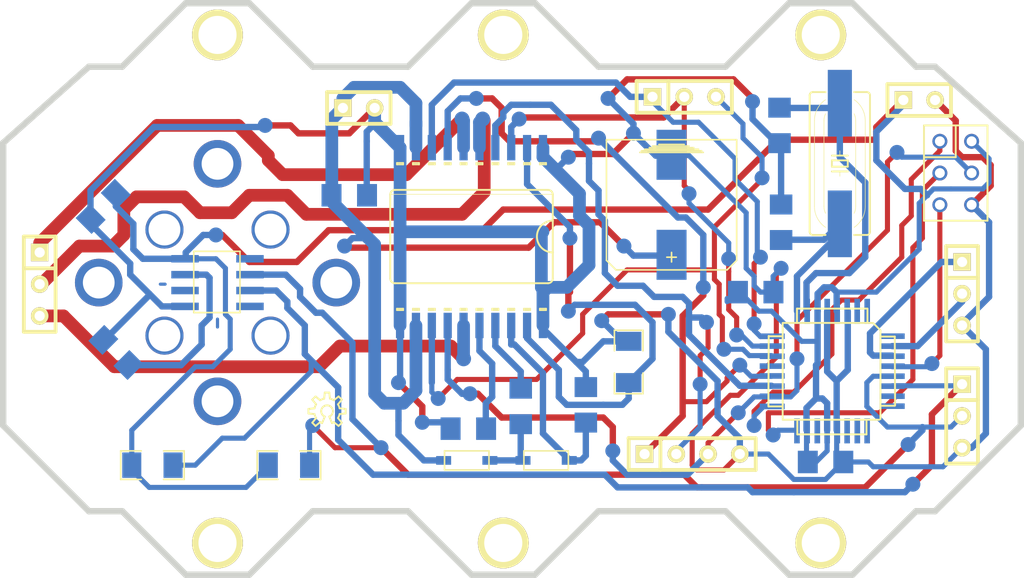
<source format=kicad_pcb>
(kicad_pcb (version 4) (host json2kicad_pcb "2021-04-17 02:52:37")
  (title_block (date "30 dec 2015"))
  (layers (0 B.Cu signal) (1 Inner1.Cu signal) (2 Inner2.Cu signal) (15 F.Cu signal) (20 B.SilkS user) (21 F.SilkS user) (22 B.Paste user) (23 F.Paste user) (28 Edge.Cuts user) (31 B.Cu signal) (34 B.Paste user) (35 F.Paste user) (36 B.SilkS user) (37 F.SilkS user) (38 B.Mask user) (39 F.Mask user) (44 Edge.Cuts user))
  (net 0 "")
  (net 1 "N-00001")
  (net 2 "N-00002")
  (net 3 "N-00003")
  (net 4 "N-00004")
  (net 5 "N-00005")
  (net 6 "N-00006")
  (net 7 "N-00007")
  (net 8 "N-00008")
  (net 9 "N-00009")
  (net 10 "N-00010")
  (net 11 "N-00011")
  (net 12 "N-00012")
  (net 13 "N-00013")
  (net 14 "N-00014")
  (net 15 "N-00015")
  (net 16 "N-00016")
  (net 17 "N-00017")
  (net 18 "N-00018")
  (net 19 "N-00019")
  (net 20 "N-00020")
  (net 21 "N-00021")
  (net 22 "N-00022")
  (net 23 "N-00023")
  (net 24 "N-00024")
  (net 25 "N-00025")
  (net 26 "N-00026")
  (net 27 "N-00027")
  (net 28 "N-00028")
  (net 29 "N-00029")
  (net 30 "N-00030")
  (net 31 "N-00031")
  (net 32 "N-00032")
  (net 33 "N-00033")
  (net 34 "N-00034")
  (net 35 "N-00035")
  (net 36 "N-00036")
  (net 37 "N-00037")
  (net 38 "N-00038")
  (net 39 "N-00039")
  (net 40 "N-00040")
  (net 41 "N-00041")
  (net 42 "N-00042")
  (net 43 "N-00043")
  (net 44 "N-00044")
  (net 45 "N-00045")
  (net 46 "N-00046")
  (net 47 "N-00047")
  (net 48 "N-00048")
  (net 49 "N-00049")
  (net 50 "N-00050")
  (net 51 "N-00051")
  (net 52 "N-00052")
  (net 82 "N-00082")
  (net 80 "N-00080")
  (net 55 "N-00055")
  (net 56 "N-00056")
  (net 57 "N-00057")
  (net 58 "N-00058")
  (net 59 "N-00059")
  (net 60 "N-00060")
  (net 61 "N-00061")
  (net 62 "N-00062")
  (net 63 "N-00063")
  (net 64 "N-00064")
  (net 65 "N-00065")
  (net 66 "N-00066")
  (net 67 "N-00067")
  (net 68 "N-00068")
  (net 81 "N-00081")
  (net 70 "N-00070")
  (net 71 "N-00071")
  (net 72 "N-00072")
  (net 73 "N-00073")
  (net 74 "N-00074")
  (net 75 "N-00075")
  (net 76 "N-00076")
  (net 77 "N-00077")
  (net 78 "N-00078")
  (net 79 "N-00079")
  (net 83 "N-00083")
  (net 84 "N-00084")
  (net 85 "N-00085")
  (net 86 "N-00086")
  (net 87 "N-00087")
  (net 88 "N-00088")
  (net 89 "N-00089")
  (net 90 "N-00090")
  (net 91 "N-00091")
  (net 92 "N-00092")
  (net 93 "N-00093")
  (net 94 "N-00094")
  (net 95 "N-00095")
  (net 96 "N-00096")
  (net 97 "N-00097")
  (net 98 "N-00098")
  (net 99 "N-00099")
  (net 100 "N-00100")
  (net 101 "N-00101")
  (net 102 "N-00102")
  (net 103 "N-00103")
  (net 104 "N-00104")
  (net 105 "N-00105")
  (net 106 "N-00106")
  (net 107 "N-00107")
  (net 108 "N-00108")
  (net 109 "N-00109")
  (net 110 "N-00110")
  (net 111 "N-00111")
  (net 112 "N-00112")
  (net 113 "N-00113")
  (net 114 "N-00114")
  (net 115 "N-00115")
  (net 116 "N-00116")
  (net 117 "N-00117")
  (net 118 "N-00118")
  (net 119 "N-00119")
  (net 120 "N-00120")
  (net 121 "N-00121")
  (net 122 "N-00122")
  (net 123 "N-00123")
  (net 124 "N-00124")
  (net 125 "N-00125")
  (net 126 "N-00126")
  (net 127 "N-00127")
  (net 128 "N-00128")
  (net 129 "N-00129")
  (net 130 "N-00130")
  (net 131 "N-00131")
  (net 132 "N-00132")
  (net 133 "N-00133")
  (net 134 "N-00134")
  (net 135 "N-00135")
  (net 136 "N-00136")
  (net 137 "N-00137")
  (net 138 "N-00138")
  (net 139 "N-00139")
  (net 140 "N-00140")
  (net 141 "N-00141")
  (net 142 "N-00142")
  (net 143 "N-00143")
  (net 144 "N-00144")
  (net 145 "N-00145")
  (net 146 "N-00146")
  (net 147 "N-00147")
  (net 148 "N-00148")
  (net 149 "N-00149")
  (net 150 "N-00150")
  (net 151 "N-00151")
  (net 152 "N-00152")
  (net 153 "N-00153")
  (net 154 "N-00154")
  (net 155 "N-00155")
  (net 156 "N-00156")
  (net 159 "N-00159")
  (net 160 "N-00160")
  (net 161 "N-00161")
  (net 162 "N-00162")
  (net 163 "N-00163")
  (net 164 "N-00164")
  (net 165 "N-00165")
  (net 166 "N-00166")
  (net 167 "N-00167")
  (net 168 "N-00168")
  (net 169 "N-00169")
  (net 170 "N-00170")
  (net 171 "N-00171")
  (net 172 "N-00172")
  (net 173 "N-00173")
  (net 174 "N-00174")
  (net 175 "N-00175")
  (net 176 "N-00176")
  (net 177 "N-00177")
  (net 178 "N-00178")
  (net 179 "N-00179")
  (net 180 "N-00180")
  (net 181 "N-00181")
  (net 182 "N-00182")
  (net 183 "N-00183")
  (net 190 "N-00190")
  (net 195 "N-00195")
  (net 188 "N-00188")
  (net 192 "N-00192")
  (net 1345 "N-01345")
  (net 1346 "N-01346")
  (net 1347 "N-01347")
  (net 1348 "N-01348")
  (net 1349 "N-01349")
  (net 1350 "N-01350")
  (net 844 "N-0844")
  (net 1352 "N-01352")
  (net 846 "N-0846")
  (net 847 "N-0847")
  (net 848 "N-0848")
  (net 849 "N-0849")
  (net 850 "N-0850")
  (net 851 "N-0851")
  (net 852 "N-0852")
  (net 853 "N-0853")
  (net 854 "N-0854")
  (net 855 "N-0855")
  (net 856 "N-0856")
  (net 857 "N-0857")
  (net 858 "N-0858")
  (net 859 "N-0859")
  (net 860 "N-0860")
  (net 861 "N-0861")
  (net 862 "N-0862")
  (net 863 "N-0863")
  (net 864 "N-0864")
  (net 865 "N-0865")
  (net 866 "N-0866")
  (net 867 "N-0867")
  (net 868 "N-0868")
  (net 869 "N-0869")
  (net 870 "N-0870")
  (net 871 "N-0871")
  (net 879 "N-0879")
  (net 881 "N-0881")
  (net 874 "N-0874")
  (net 875 "N-0875")
  (net 876 "N-0876")
  (net 877 "N-0877")
  (net 878 "N-0878")
  (net 879 "N-0879")
  (net 880 "N-0880")
  (net 881 "N-0881")
  (net 882 "N-0882")
  (net 883 "N-0883")
  (net 884 "N-0884")
  (net 885 "N-0885")
  (net 886 "N-0886")
  (net 887 "N-0887")
  (net 888 "N-0888")
  (net 889 "N-0889")
  (net 890 "N-0890")
  (net 891 "N-0891")
  (net 892 "N-0892")
  (net 893 "N-0893")
  (net 894 "N-0894")
  (net 895 "N-0895")
  (net 896 "N-0896")
  (net 897 "N-0897")
  (net 898 "N-0898")
  (net 899 "N-0899")
  (net 900 "N-0900")
  (net 901 "N-0901")
  (net 902 "N-0902")
  (net 903 "N-0903")
  (net 904 "N-0904")
  (net 905 "N-0905")
  (net 906 "N-0906")
  (net 907 "N-0907")
  (net 908 "N-0908")
  (net 909 "N-0909")
  (net 910 "N-0910")
  (net 911 "N-0911")
  (net 912 "N-0912")
  (net 913 "N-0913")
  (net 914 "N-0914")
  (net 915 "N-0915")
  (net 916 "N-0916")
  (net 917 "N-0917")
  (net 918 "N-0918")
  (net 919 "N-0919")
  (net 920 "N-0920")
  (net 926 "N-0926")
  (net 922 "N-0922")
  (net 923 "N-0923")
  (net 925 "N-0925")
  (net 925 "N-0925")
  (net 926 "N-0926")
  (net 927 "N-0927")
  (net 928 "N-0928")
  (net 929 "N-0929")
  (net 930 "N-0930")
  (net 931 "N-0931")
  (net 932 "N-0932")
  (net 933 "N-0933")
  (net 934 "N-0934")
  (net 935 "N-0935")
  (net 936 "N-0936")
  (net 937 "N-0937")
  (net 938 "N-0938")
  (net 939 "N-0939")
  (net 940 "N-0940")
  (net 941 "N-0941")
  (net 942 "N-0942")
  (net 943 "N-0943")
  (net 944 "N-0944")
  (net 945 "N-0945")
  (net 946 "N-0946")
  (net 948 "N-0948")
  (net 948 "N-0948")
  (net 949 "N-0949")
  (net 950 "N-0950")
  (net 951 "N-0951")
  (net 952 "N-0952")
  (net 953 "N-0953")
  (net 954 "N-0954")
  (net 955 "N-0955")
  (net 956 "N-0956")
  (net 957 "N-0957")
  (net 958 "N-0958")
  (net 959 "N-0959")
  (net 960 "N-0960")
  (net 961 "N-0961")
  (net 962 "N-0962")
  (net 963 "N-0963")
  (net 964 "N-0964")
  (net 965 "N-0965")
  (net 966 "N-0966")
  (net 967 "N-0967")
  (net 968 "N-0968")
  (net 969 "N-0969")
  (net 970 "N-0970")
  (net 971 "N-0971")
  (net 972 "N-0972")
  (net 973 "N-0973")
  (net 974 "N-0974")
  (net 975 "N-0975")
  (net 976 "N-0976")
  (net 977 "N-0977")
  (net 978 "N-0978")
  (net 979 "N-0979")
  (net 980 "N-0980")
  (net 981 "N-0981")
  (net 982 "N-0982")
  (net 983 "N-0983")
  (net 984 "N-0984")
  (net 985 "N-0985")
  (net 986 "N-0986")
  (net 987 "N-0987")
  (net 988 "N-0988")
  (net 989 "N-0989")
  (net 990 "N-0990")
  (net 991 "N-0991")
  (net 992 "N-0992")
  (net 993 "N-0993")
  (net 994 "N-0994")
  (net 995 "N-0995")
  (net 996 "N-0996")
  (net 997 "N-0997")
  (net 998 "N-0998")
  (net 999 "N-0999")
  (net 1000 "N-01000")
  (net 1001 "N-01001")
  (net 1002 "N-01002")
  (net 1003 "N-01003")
  (net 1004 "N-01004")
  (net 1005 "N-01005")
  (net 1006 "N-01006")
  (net 1007 "N-01007")
  (net 1008 "N-01008")
  (net 1009 "N-01009")
  (net 1010 "N-01010")
  (net 1011 "N-01011")
  (net 1012 "N-01012")
  (net 1013 "N-01013")
  (net 1014 "N-01014")
  (net 1015 "N-01015")
  (net 1016 "N-01016")
  (net 1017 "N-01017")
  (net 1018 "N-01018")
  (net 1019 "N-01019")
  (net 1020 "N-01020")
  (net 1021 "N-01021")
  (net 1022 "N-01022")
  (net 1023 "N-01023")
  (net 1024 "N-01024")
  (net 1025 "N-01025")
  (net 1026 "N-01026")
  (net 1027 "N-01027")
  (net 1028 "N-01028")
  (net 1029 "N-01029")
  (net 1030 "N-01030")
  (net 1031 "N-01031")
  (net 1032 "N-01032")
  (net 1033 "N-01033")
  (net 1034 "N-01034")
  (net 1035 "N-01035")
  (net 1036 "N-01036")
  (net 1037 "N-01037")
  (net 1038 "N-01038")
  (net 1039 "N-01039")
  (net 1040 "N-01040")
  (net 1041 "N-01041")
  (net 1042 "N-01042")
  (net 1043 "N-01043")
  (net 1044 "N-01044")
  (net 1045 "N-01045")
  (net 1046 "N-01046")
  (net 1047 "N-01047")
  (net 1048 "N-01048")
  (net 1049 "N-01049")
  (net 1050 "N-01050")
  (net 1051 "N-01051")
  (net 1052 "N-01052")
  (net 1053 "N-01053")
  (net 1054 "N-01054")
  (net 1055 "N-01055")
  (net 1056 "N-01056")
  (net 1057 "N-01057")
  (net 1058 "N-01058")
  (net 1059 "N-01059")
  (net 1060 "N-01060")
  (net 1061 "N-01061")
  (net 1062 "N-01062")
  (net 1063 "N-01063")
  (net 1064 "N-01064")
  (net 1065 "N-01065")
  (net 1066 "N-01066")
  (net 1067 "N-01067")
  (net 1068 "N-01068")
  (net 1069 "N-01069")
  (net 1070 "N-01070")
  (net 1071 "N-01071")
  (net 1072 "N-01072")
  (net 1073 "N-01073")
  (net 1074 "N-01074")
  (net 1075 "N-01075")
  (net 1076 "N-01076")
  (net 1077 "N-01077")
  (net 1078 "N-01078")
  (net 1079 "N-01079")
  (net 1080 "N-01080")
  (net 1081 "N-01081")
  (net 1082 "N-01082")
  (net 1083 "N-01083")
  (net 1084 "N-01084")
  (net 1085 "N-01085")
  (net 1086 "N-01086")
  (net 1087 "N-01087")
  (net 1088 "N-01088")
  (net 1089 "N-01089")
  (net 1090 "N-01090")
  (net 1091 "N-01091")
  (net 1092 "N-01092")
  (net 1093 "N-01093")
  (net 1094 "N-01094")
  (net 1095 "N-01095")
  (net 1096 "N-01096")
  (net 1097 "N-01097")
  (net 1098 "N-01098")
  (net 1099 "N-01099")
  (net 1100 "N-01100")
  (net 1101 "N-01101")
  (net 1102 "N-01102")
  (net 1103 "N-01103")
  (net 1104 "N-01104")
  (net 1105 "N-01105")
  (net 1106 "N-01106")
  (net 1107 "N-01107")
  (net 1108 "N-01108")
  (net 1109 "N-01109")
  (net 1110 "N-01110")
  (net 1111 "N-01111")
  (net 1112 "N-01112")
  (net 1113 "N-01113")
  (net 1114 "N-01114")
  (net 1115 "N-01115")
  (net 1116 "N-01116")
  (net 1117 "N-01117")
  (net 1118 "N-01118")
  (net 1119 "N-01119")
  (net 1120 "N-01120")
  (net 1121 "N-01121")
  (net 1122 "N-01122")
  (net 1123 "N-01123")
  (net 1124 "N-01124")
  (net 1125 "N-01125")
  (net 1126 "N-01126")
  (net 1127 "N-01127")
  (net 1128 "N-01128")
  (net 1129 "N-01129")
  (net 1130 "N-01130")
  (net 1131 "N-01131")
  (net 1132 "N-01132")
  (net 1133 "N-01133")
  (net 1134 "N-01134")
  (net 1135 "N-01135")
  (net 1136 "N-01136")
  (net 1137 "N-01137")
  (net 1138 "N-01138")
  (net 1139 "N-01139")
  (net 1140 "N-01140")
  (net 1141 "N-01141")
  (net 1142 "N-01142")
  (net 1143 "N-01143")
  (net 1144 "N-01144")
  (net 1145 "N-01145")
  (net 1146 "N-01146")
  (net 1147 "N-01147")
  (net 1148 "N-01148")
  (net 1149 "N-01149")
  (net 1150 "N-01150")
  (net 1151 "N-01151")
  (net 1152 "N-01152")
  (net 1153 "N-01153")
  (net 1154 "N-01154")
  (net 1155 "N-01155")
  (net 1156 "N-01156")
  (net 1157 "N-01157")
  (net 1158 "N-01158")
  (net 1159 "N-01159")
  (net 1160 "N-01160")
  (net 1161 "N-01161")
  (net 1162 "N-01162")
  (net 1163 "N-01163")
  (net 1164 "N-01164")
  (net 1165 "N-01165")
  (net 1166 "N-01166")
  (net 1167 "N-01167")
  (net 1168 "N-01168")
  (net 1169 "N-01169")
  (net 1170 "N-01170")
  (net 1171 "N-01171")
  (net 1172 "N-01172")
  (net 1173 "N-01173")
  (net 1174 "N-01174")
  (net 1175 "N-01175")
  (net 1176 "N-01176")
  (net 1177 "N-01177")
  (net 1178 "N-01178")
  (net 1179 "N-01179")
  (net 1180 "N-01180")
  (net 1181 "N-01181")
  (net 1182 "N-01182")
  (net 1183 "N-01183")
  (net 1184 "N-01184")
  (net 1185 "N-01185")
  (net 1186 "N-01186")
  (net 1187 "N-01187")
  (net 1188 "N-01188")
  (net 1189 "N-01189")
  (net 1190 "N-01190")
  (net 1191 "N-01191")
  (net 1192 "N-01192")
  (net 1193 "N-01193")
  (net 1194 "N-01194")
  (net 1195 "N-01195")
  (net 1196 "N-01196")
  (net 1197 "N-01197")
  (net 1198 "N-01198")
  (net 1199 "N-01199")
  (net 1200 "N-01200")
  (net 1201 "N-01201")
  (net 1202 "N-01202")
  (net 1203 "N-01203")
  (net 1204 "N-01204")
  (net 1205 "N-01205")
  (net 1206 "N-01206")
  (net 1207 "N-01207")
  (net 1208 "N-01208")
  (net 1209 "N-01209")
  (net 1210 "N-01210")
  (net 1211 "N-01211")
  (net 1212 "N-01212")
  (net 1213 "N-01213")
  (net 1214 "N-01214")
  (net 1215 "N-01215")
  (net 1216 "N-01216")
  (net 1217 "N-01217")
  (net 1218 "N-01218")
  (net 1219 "N-01219")
  (net 1220 "N-01220")
  (net 1221 "N-01221")
  (net 1222 "N-01222")
  (net 1223 "N-01223")
  (net 1224 "N-01224")
  (net 1225 "N-01225")
  (net 1226 "N-01226")
  (net 1227 "N-01227")
  (net 1228 "N-01228")
  (net 1229 "N-01229")
  (net 1230 "N-01230")
  (net 1231 "N-01231")
  (net 1232 "N-01232")
  (net 1233 "N-01233")
  (net 1234 "N-01234")
  (net 1235 "N-01235")
  (net 1236 "N-01236")
  (net 1237 "N-01237")
  (net 1238 "N-01238")
  (net 1239 "N-01239")
  (net 1240 "N-01240")
  (net 1241 "N-01241")
  (net 1242 "N-01242")
  (net 1243 "N-01243")
  (net 1244 "N-01244")
  (net 1245 "N-01245")
  (net 1246 "N-01246")
  (net 1247 "N-01247")
  (net 1248 "N-01248")
  (net 1249 "N-01249")
  (net 1250 "N-01250")
  (net 1251 "N-01251")
  (net 1252 "N-01252")
  (net 1253 "N-01253")
  (net 1254 "N-01254")
  (net 1255 "N-01255")
  (net 1256 "N-01256")
  (net 1257 "N-01257")
  (net 1258 "N-01258")
  (net 1259 "N-01259")
  (net 1260 "N-01260")
  (net 1261 "N-01261")
  (net 1262 "N-01262")
  (net 1263 "N-01263")
  (net 1264 "N-01264")
  (net 1265 "N-01265")
  (net 1266 "N-01266")
  (net 1267 "N-01267")
  (net 1268 "N-01268")
  (net 1269 "N-01269")
  (net 1270 "N-01270")
  (net 1271 "N-01271")
  (net 1272 "N-01272")
  (net 1273 "N-01273")
  (net 1274 "N-01274")
  (net 1275 "N-01275")
  (net 1276 "N-01276")
  (net 1277 "N-01277")
  (net 1278 "N-01278")
  (net 1279 "N-01279")
  (net 1280 "N-01280")
  (net 1281 "N-01281")
  (net 1282 "N-01282")
  (net 1283 "N-01283")
  (net 1284 "N-01284")
  (net 1285 "N-01285")
  (net 1286 "N-01286")
  (net 1287 "N-01287")
  (net 1288 "N-01288")
  (net 1289 "N-01289")
  (net 1290 "N-01290")
  (net 1291 "N-01291")
  (net 1292 "N-01292")
  (net 1293 "N-01293")
  (net 1294 "N-01294")
  (net 1295 "N-01295")
  (net 1296 "N-01296")
  (net 1297 "N-01297")
  (net 1298 "N-01298")
  (net 1299 "N-01299")
  (net 1300 "N-01300")
  (net 1301 "N-01301")
  (net 1302 "N-01302")
  (net 1303 "N-01303")
  (net 1304 "N-01304")
  (net 1305 "N-01305")
  (net 1306 "N-01306")
  (net 1307 "N-01307")
  (net 1308 "N-01308")
  (net 1309 "N-01309")
  (net 1310 "N-01310")
  (net 1311 "N-01311")
  (net 1312 "N-01312")
  (net 1313 "N-01313")
  (net 1314 "N-01314")
  (net 1315 "N-01315")
  (net 1316 "N-01316")
  (net 1317 "N-01317")
  (net 1318 "N-01318")
  (net 1319 "N-01319")
  (net 1320 "N-01320")
  (net 1321 "N-01321")
  (net 1322 "N-01322")
  (net 1323 "N-01323")
  (net 1324 "N-01324")
  (net 1325 "N-01325")
  (net 1326 "N-01326")
  (net 1327 "N-01327")
  (net 1328 "N-01328")
  (net 1329 "N-01329")
  (net 1330 "N-01330")
  (net 1331 "N-01331")
  (net 1332 "N-01332")
  (net 1333 "N-01333")
  (net 1334 "N-01334")
  (net 1335 "N-01335")
  (net 1336 "N-01336")
  (net 1337 "N-01337")
  (net 1338 "N-01338")
  (net 1339 "N-01339")
  (net 1340 "N-01340")
  (net 1341 "N-01341")
  (net 1342 "N-01342")
  (net 1343 "N-01343")
  (net 1344 "N-01344")
  (net 1345 "N-01345")
  (net 1346 "N-01346")
  (net 1347 "N-01347")
  (net 1348 "N-01348")
  (net 1349 "N-01349")
  (net 1350 "N-01350")
  (net 1351 "N-01351")
  (net 1352 "N-01352")
  (net 1353 "N-01353")
  (net 1354 "N-01354")
  (net 1355 "N-01355")
  (net 1356 "N-01356")
  (net 1357 "N-01357")
  (net 1358 "N-01358")
  (net 1359 "N-01359")
  (net 1360 "N-01360")
  (net 1361 "N-01361")
  (net 1362 "N-01362")
  (net 1363 "N-01363")
  (net 1364 "N-01364")
  (net 1365 "N-01365")
  (net 1366 "N-01366")
  (net 1367 "N-01367")
  (net 1368 "N-01368")
  (net 1369 "N-01369")
  (net 1370 "N-01370")
  (net 1371 "N-01371")
  (net 1372 "N-01372")
  (net 1373 "N-01373")
  (net 1374 "N-01374")
  (net 1375 "N-01375")
  (net 1376 "N-01376")
  (net 1377 "N-01377")
  (net 1378 "N-01378")
  (net 1379 "N-01379")
  (net 1380 "N-01380")
  (net 1381 "N-01381")
  (net 1382 "N-01382")
  (net 1383 "N-01383")
  (net 1384 "N-01384")
  (net 1385 "N-01385")
  (net 1386 "N-01386")
  (net 1387 "N-01387")
  (net 1388 "N-01388")
  (net 1389 "N-01389")
  (net 1390 "N-01390")
  (net 1391 "N-01391")
  (net 1392 "N-01392")
  (net 1393 "N-01393")
  (net 1394 "N-01394")
  (net 1395 "N-01395")
  (net 1396 "N-01396")
  (net 1397 "N-01397")
  (net 1398 "N-01398")
  (net 1399 "N-01399")
  (net 1400 "N-01400")
  (net 1401 "N-01401")
  (net 1402 "N-01402")
  (net 1403 "N-01403")
  (net 1404 "N-01404")
  (net 1405 "N-01405")
  (net 1406 "N-01406")
  (net 1407 "N-01407")
  (net 1408 "N-01408")
  (net 1409 "N-01409")
  (net 1410 "N-01410")
  (net 1411 "N-01411")
  (net 1412 "N-01412")
  (net 1413 "N-01413")
  (net 1414 "N-01414")
  (net 1415 "N-01415")
  (net 1416 "N-01416")
  (net 1417 "N-01417")
  (net 1418 "N-01418")
  (net 1419 "N-01419")
  (net 1420 "N-01420")
  (net 1421 "N-01421")
  (net 1422 "N-01422")
  (net 1423 "N-01423")
  (net 1424 "N-01424")
  (net 1425 "N-01425")
  (net 1426 "N-01426")
  (net 1427 "N-01427")
  (net 1576 "N-01576")
  (net 1429 "N-01429")
  (net 1430 "N-01430")
  (net 1431 "N-01431")
  (net 1615 "N-01615")
  (net 1433 "N-01433")
  (net 1586 "N-01586")
  (net 1554 "N-01554")
  (net 1436 "N-01436")
  (net 1437 "N-01437")
  (net 1438 "N-01438")
  (net 1439 "N-01439")
  (net 1575 "N-01575")
  (net 1441 "N-01441")
  (net 1505 "N-01505")
  (net 1594 "N-01594")
  (net 1444 "N-01444")
  (net 1445 "N-01445")
  (net 1446 "N-01446")
  (net 1447 "N-01447")
  (net 1448 "N-01448")
  (net 1449 "N-01449")
  (net 1612 "N-01612")
  (net 1592 "N-01592")
  (net 1452 "N-01452")
  (net 1453 "N-01453")
  (net 1454 "N-01454")
  (net 1455 "N-01455")
  (net 1456 "N-01456")
  (net 1457 "N-01457")
  (net 1458 "N-01458")
  (net 1459 "N-01459")
  (net 1579 "N-01579")
  (net 1461 "N-01461")
  (net 1462 "N-01462")
  (net 1463 "N-01463")
  (net 1464 "N-01464")
  (net 1465 "N-01465")
  (net 1466 "N-01466")
  (net 1467 "N-01467")
  (net 1468 "N-01468")
  (net 1469 "N-01469")
  (net 1470 "N-01470")
  (net 1471 "N-01471")
  (net 1472 "N-01472")
  (net 1473 "N-01473")
  (net 1474 "N-01474")
  (net 1475 "N-01475")
  (net 1476 "N-01476")
  (net 1499 "N-01499")
  (net 1595 "N-01595")
  (net 1496 "N-01496")
  (net 1497 "N-01497")
  (net 1481 "N-01481")
  (net 1482 "N-01482")
  (net 1483 "N-01483")
  (net 1484 "N-01484")
  (net 1485 "N-01485")
  (net 1486 "N-01486")
  (net 1487 "N-01487")
  (net 1498 "N-01498")
  (net 1489 "N-01489")
  (net 1490 "N-01490")
  (net 1491 "N-01491")
  (net 1492 "N-01492")
  (net 1493 "N-01493")
  (net 1494 "N-01494")
  (net 1495 "N-01495")
  (net 1588 "N-01588")
  (net 1578 "N-01578")
  (net 1597 "N-01597")
  (net 1570 "N-01570")
  (net 1605 "N-01605")
  (net 1587 "N-01587")
  (net 1573 "N-01573")
  (net 1577 "N-01577")
  (net 1601 "N-01601")
  (net 1552 "N-01552")
  (net 1515 "N-01515")
  (net 1572 "N-01572")
  (net 1557 "N-01557")
  (net 1602 "N-01602")
  (net 1555 "N-01555")
  (net 1556 "N-01556")
  (net 1593 "N-01593")
  (net 1522 "N-01522")
  (net 1523 "N-01523")
  (net 1524 "N-01524")
  (net 1525 "N-01525")
  (net 1619 "N-01619")
  (net 1582 "N-01582")
  (net 1581 "N-01581")
  (net 1610 "N-01610")
  (net 1530 "N-01530")
  (net 1531 "N-01531")
  (net 1532 "N-01532")
  (net 1533 "N-01533")
  (net 1534 "N-01534")
  (net 1535 "N-01535")
  (net 1536 "N-01536")
  (net 1609 "N-01609")
  (net 1574 "N-01574")
  (net 1598 "N-01598")
  (net 1540 "N-01540")
  (net 1541 "N-01541")
  (net 1542 "N-01542")
  (net 1607 "N-01607")
  (net 1620 "N-01620")
  (net 1621 "N-01621")
  (net 1622 "N-01622")
  (net 1623 "N-01623")
  (net 1624 "N-01624")
  (net 1625 "N-01625")
  (segment (start 34.036 -54.102) (end 34.798 -53.34) (width 1.016) (layer F.Cu) (net 1433))
  (segment (start 39.878 -42.672) (end 37.973 -40.767) (width 0.508) (layer F.Cu) (net 1427))
  (segment (start 38.481 -46.99) (end 39.878 -45.593) (width 0.508) (layer F.Cu) (net 1427))
  (segment (start 35.941 -44.069) (end 37.973 -44.069) (width 0.508) (layer F.Cu) (net 1433))
  (segment (start 10.668 -47.244) (end 10.668 -46.736) (width 0.508) (layer F.Cu) (net 183))
  (segment (start -9.017 -48.641) (end -9.144 -48.641) (width 1.016) (layer B.Cu) (net 1532))
  (segment (start 37.973 -40.767) (end 37.973 -39.497) (width 0.508) (layer F.Cu) (net 1427))
  (segment (start 33.655 -46.99) (end 38.481 -46.99) (width 0.508) (layer F.Cu) (net 1427))
  (module "SOIC-8" (layer "F.Cu") (at 5.08 -48.768 -90.00)
    (fp_text reference "enc")
    (fp_text value "as5600")
    (pad 2 smd rect (at -0.635 2.59842 -90.00) (size 0.59944 2.19964) (drill 0.0) (layers "F.Cu" "F.Paste") (net 149 N-00149))
    (pad 7 smd rect (at -0.635 -2.59842 -90.00) (size 0.59944 2.19964) (drill 0.0) (layers "F.Cu" "F.Paste") (net 182 N-00182))
    (pad 1 smd rect (at -1.905 2.59842 -90.00) (size 0.59944 2.19964) (drill 0.0) (layers "F.Cu" "F.Paste") (net 151 N-00151))
    (pad 3 smd rect (at 0.635 2.59842 -90.00) (size 0.59944 2.19964) (drill 0.0) (layers "F.Cu" "F.Paste") (net 188 N-00188))
    (pad 4 smd rect (at 1.905 2.59842 -90.00) (size 0.59944 2.19964) (drill 0.0) (layers "F.Cu" "F.Paste") (net 1433 N-01433))
    (pad 8 smd rect (at -1.905 -2.59842 -90.00) (size 0.59944 2.19964) (drill 0.0) (layers "F.Cu" "F.Paste") (net 190 N-00190))
    (pad 6 smd rect (at 0.635 -2.59842 -90.00) (size 0.59944 2.19964) (drill 0.0) (layers "F.Cu" "F.Paste") (net 183 N-00183))
    (pad 5 smd rect (at 1.905 -2.59842 -90.00) (size 0.59944 2.19964) (drill 0.0) (layers "F.Cu" "F.Paste") (net 192 N-00192))
  )
  (segment (start 33.782 -42.418) (end 34.29 -42.418) (width 0.508) (layer F.Cu) (net 1433))
  (module "C1206" (layer "F.Cu") (at -4.064 -54.864 -135.00)
    (fp_text reference "C0e")
    (fp_text value "100nF")
    (pad 2 smd rect (at 1.41986 0.0 -135.00) (size 1.59766 1.80086) (drill 0.0) (layers "F.Cu" "F.Paste") (net 1433 N-01433))
    (pad 1 smd rect (at -1.41986 0.0 -135.00) (size 1.59766 1.80086) (drill 0.0) (layers "F.Cu" "F.Paste") (net 151 N-00151))
  )
  (segment (start 32.385 -41.783) (end 32.385 -39.624) (width 0.508) (layer F.Cu) (net 1427))
  (segment (start 53.594 -48.387) (end 53.086 -47.879) (width 0.508) (layer F.Cu) (net 151))
  (segment (start 5.08 -45.212) (end 5.08 -45.847) (width 0.254) (layer F.Cu) (net 1495))
  (segment (start 0.508 -48.641) (end 0.889 -48.641) (width 0.254) (layer F.Cu) (net 1494))
  (segment (start 52.959 -39.497) (end 52.197 -38.735) (width 0.508) (layer F.Cu) (net 151))
  (module "SIL-2" (layer "F.Cu") (at 61.214 -63.373 0.00)
    (fp_text reference "mupwr" (at -2.54 0.0 0.00) (layer F.SilkS) (effects (font (size 1.08712 0.0) (thickness 0.0))))
    (fp_text value "atmega_pwr" (at -2.54 0.0 0.00) (layer F.SilkS) (effects (font (size 1.016 0.0) (thickness 0.0))))
    (pad 1 thru_hole rect (at -1.27 0.0 0.00) (size 1.397 1.397) (drill 0.8128) (layers "B.Cu" "Inner1.Cu" "Inner2.Cu" "F.Cu" "F.SilkS" "B.Paste" "F.Paste") (net 151 N-00151))
    (pad 2 thru_hole circle (at 1.27 0.0 0.00) (size 1.397 1.397) (drill 0.8128) (layers "B.Cu" "Inner1.Cu" "Inner2.Cu" "F.Cu" "F.SilkS" "B.Paste" "F.Paste") (net 1433 N-01433))
  )
  (segment (start 7.62 -55.753) (end 6.223 -54.356) (width 1.016) (layer B.Cu) (net 1532))
  (segment (start -1.905 -49.403) (end 0.635 -46.863) (width 0.508) (layer F.Cu) (net 1433))
  (segment (start 33.274 -52.324) (end 33.274 -52.324) (width 1.19888) (layer F.Cu) (net 1427))
  (segment (start 24.765 -61.722) (end 24.765 -59.563) (width 1.016) (layer F.Cu) (net 1533))
  (segment (start 29.845 -56.642) (end 33.274 -53.213) (width 0.508) (layer F.Cu) (net 1427))
  (segment (start 30.988 -48.387) (end 31.242 -48.133) (width 1.016) (layer F.Cu) (net 1433))
  (segment (start 24.638 -61.849) (end 24.638 -61.849) (width 1.19888) (layer F.Cu) (net 1533))
  (segment (start 30.988 -52.832) (end 30.988 -48.387) (width 1.016) (layer F.Cu) (net 1433))
  (segment (start 33.274 -48.006) (end 33.147 -47.879) (width 0.508) (layer B.Cu) (net 1427))
  (segment (start 33.147 -46.482) (end 33.655 -46.99) (width 0.508) (layer F.Cu) (net 1427))
  (segment (start 37.465 -38.989) (end 35.941 -38.989) (width 0.508) (layer F.Cu) (net 1427))
  (module "SIL-4" (layer "F.Cu") (at 43.053 -35.052 0.00)
    (fp_text reference "moto_in" (at -2.54 0.0 0.00) (layer F.SilkS) (effects (font (size 1.08712 0.0) (thickness 0.0))))
    (fp_text value "moto_in" (at -2.54 0.0 0.00) (layer F.SilkS) (effects (font (size 1.016 0.0) (thickness 0.0))))
    (pad 1 thru_hole rect (at -3.81 0.0 0.00) (size 1.397 1.397) (drill 0.8128) (layers "B.Cu" "Inner1.Cu" "Inner2.Cu" "F.Cu" "F.SilkS" "B.Paste" "F.Paste") (net 1458 N-01458))
    (pad 2 thru_hole circle (at -1.27 0.0 0.00) (size 1.397 1.397) (drill 0.8128) (layers "B.Cu" "Inner1.Cu" "Inner2.Cu" "F.Cu" "F.SilkS" "B.Paste" "F.Paste") (net 1459 N-01459))
    (pad 3 thru_hole circle (at 1.27 0.0 0.00) (size 1.397 1.397) (drill 0.8128) (layers "B.Cu" "Inner1.Cu" "Inner2.Cu" "F.Cu" "F.SilkS" "B.Paste" "F.Paste") (net 1505 N-01505))
    (pad 4 thru_hole circle (at 3.81 0.0 0.00) (size 1.397 1.397) (drill 0.8128) (layers "B.Cu" "Inner1.Cu" "Inner2.Cu" "F.Cu" "F.SilkS" "B.Paste" "F.Paste") (net 1433 N-01433))
  )
  (segment (start 53.848 -39.116) (end 53.467 -39.497) (width 0.508) (layer F.Cu) (net 151))
  (segment (start 54.61 -46.482) (end 54.61 -48.006) (width 0.508) (layer F.Cu) (net 151))
  (segment (start 53.467 -39.497) (end 52.959 -39.497) (width 0.508) (layer F.Cu) (net 151))
  (segment (start 52.197 -38.735) (end 52.197 -36.957) (width 0.508) (layer F.Cu) (net 151))
  (module "C1206" (layer "F.Cu") (at -3.048 -43.18 135.00)
    (fp_text reference "C1e")
    (fp_text value "1uF")
    (pad 2 smd rect (at 1.41986 0.0 135.00) (size 1.59766 1.80086) (drill 0.0) (layers "F.Cu" "F.Paste") (net 1433 N-01433))
    (pad 1 smd rect (at -1.41986 0.0 135.00) (size 1.59766 1.80086) (drill 0.0) (layers "F.Cu" "F.Paste") (net 149 N-00149))
  )
  (segment (start 37.973 -39.497) (end 37.465 -38.989) (width 0.508) (layer F.Cu) (net 1427))
  (segment (start 33.274 -34.544) (end 34.163 -34.544) (width 0.508) (layer F.Cu) (net 1557))
  (segment (start 31.115 -41.529) (end 31.115 -36.703) (width 0.508) (layer F.Cu) (net 1557))
  (segment (start 33.274 -52.324) (end 33.274 -48.006) (width 0.508) (layer B.Cu) (net 1427))
  (segment (start 35.941 -37.973) (end 36.703 -37.211) (width 0.508) (layer B.Cu) (net 1505))
  (segment (start 21.463 -38.862) (end 21.463 -37.592) (width 0.508) (layer B.Cu) (net 1433))
  (segment (start 19.558 -47.752) (end 19.685 -47.879) (width 0.508) (layer F.Cu) (net 1433))
  (segment (start 6.223 -54.356) (end 3.683 -54.356) (width 1.016) (layer B.Cu) (net 1532))
  (segment (start 19.558 -40.767) (end 19.558 -40.767) (width 1.19888) (layer F.Cu) (net 1433))
  (segment (start 23.495 -45.339) (end 23.495 -41.783) (width 0.508) (layer F.Cu) (net 1505))
  (segment (start 34.29 -42.418) (end 35.941 -44.069) (width 0.508) (layer F.Cu) (net 1433))
  (segment (start -1.905 -50.292) (end -1.905 -49.403) (width 0.508) (layer F.Cu) (net 1433))
  (segment (start 24.638 -61.849) (end 24.765 -61.722) (width 1.016) (layer F.Cu) (net 1533))
  (segment (start 31.115 -45.085) (end 34.544 -41.656) (width 0.508) (layer F.Cu) (net 1433))
  (segment (start 34.163 -34.544) (end 34.544 -34.925) (width 0.508) (layer F.Cu) (net 1557))
  (segment (start 39.878 -42.672) (end 39.878 -45.593) (width 0.508) (layer F.Cu) (net 1427))
  (segment (start 28.575 -43.815) (end 28.829 -43.815) (width 0.508) (layer F.Cu) (net 1557))
  (segment (start 24.003 -64.77) (end 22.225 -62.992) (width 0.508) (layer F.Cu) (net 1454))
  (segment (start -2.413 -54.61) (end -2.413 -52.578) (width 1.016) (layer B.Cu) (net 1532))
  (module "C1206" (layer "F.Cu") (at 48.133 -48.006 0.00)
    (fp_text reference "C9")
    (fp_text value "4.7uF")
    (pad 2 smd rect (at 1.41986 0.0 0.00) (size 1.59766 1.80086) (drill 0.0) (layers "F.Cu" "F.Paste") (net 1433 N-01433))
    (pad 1 smd rect (at -1.41986 0.0 0.00) (size 1.59766 1.80086) (drill 0.0) (layers "F.Cu" "F.Paste") (net 151 N-00151))
  )
  (segment (start 10.668 -55.753) (end 7.62 -55.753) (width 1.016) (layer B.Cu) (net 1532))
  (segment (start 22.225 -45.339) (end 22.225 -40.767) (width 0.508) (layer F.Cu) (net 1456))
  (segment (start 34.544 -34.925) (end 34.544 -37.592) (width 0.508) (layer F.Cu) (net 1557))
  (segment (start 29.845 -45.339) (end 29.845 -44.323) (width 0.508) (layer F.Cu) (net 1427))
  (segment (start 29.845 -44.323) (end 32.385 -41.783) (width 0.508) (layer F.Cu) (net 1427))
  (module "SIL-3" (layer "F.Cu") (at 64.643 -38.1 -90.00)
    (fp_text reference "i2c" (at -2.54 0.0 0.00) (layer F.SilkS) (effects (font (size 1.07696 0.0) (thickness 0.0))))
    (fp_text value "i2c" (at -2.54 0.0 0.00) (layer F.SilkS) (effects (font (size 1.016 0.0) (thickness 0.0))))
    (pad 1 thru_hole rect (at -2.54 0.0 -90.00) (size 1.397 1.397) (drill 0.8128) (layers "B.Cu" "Inner1.Cu" "Inner2.Cu" "F.Cu" "F.SilkS" "B.Paste" "F.Paste") (net 183 N-00183))
    (pad 2 thru_hole circle (at 0.0 0.0 -90.00) (size 1.397 1.397) (drill 0.8128) (layers "B.Cu" "Inner1.Cu" "Inner2.Cu" "F.Cu" "F.SilkS" "B.Paste" "F.Paste") (net 182 N-00182))
    (pad 3 thru_hole circle (at 2.54 0.0 -90.00) (size 1.397 1.397) (drill 0.8128) (layers "B.Cu" "Inner1.Cu" "Inner2.Cu" "F.Cu" "F.SilkS" "B.Paste" "F.Paste") (net 1433 N-01433))
  )
  (segment (start -1.397 -55.626) (end -2.413 -54.61) (width 1.016) (layer B.Cu) (net 1532))
  (segment (start 29.845 -59.563) (end 29.845 -56.642) (width 0.508) (layer F.Cu) (net 1427))
  (segment (start 33.274 -53.213) (end 33.274 -52.324) (width 0.508) (layer F.Cu) (net 1427))
  (segment (start 19.558 -40.767) (end 21.463 -38.862) (width 0.508) (layer B.Cu) (net 1433))
  (segment (start 54.229 -48.387) (end 53.594 -48.387) (width 0.508) (layer F.Cu) (net 151))
  (module "SIL-3" (layer "F.Cu") (at 42.418 -63.627 0.00)
    (fp_text reference "moto_en" (at -2.54 0.0 0.00) (layer F.SilkS) (effects (font (size 1.07696 0.0) (thickness 0.0))))
    (fp_text value "moto_en" (at -2.54 0.0 0.00) (layer F.SilkS) (effects (font (size 1.016 0.0) (thickness 0.0))))
    (pad 1 thru_hole rect (at -2.54 0.0 0.00) (size 1.397 1.397) (drill 0.8128) (layers "B.Cu" "Inner1.Cu" "Inner2.Cu" "F.Cu" "F.SilkS" "B.Paste" "F.Paste") (net 1454 N-01454))
    (pad 2 thru_hole circle (at 0.0 0.0 0.00) (size 1.397 1.397) (drill 0.8128) (layers "B.Cu" "Inner1.Cu" "Inner2.Cu" "F.Cu" "F.SilkS" "B.Paste" "F.Paste") (net 1455 N-01455))
    (pad 3 thru_hole circle (at 2.54 0.0 0.00) (size 1.397 1.397) (drill 0.8128) (layers "B.Cu" "Inner1.Cu" "Inner2.Cu" "F.Cu" "F.SilkS" "B.Paste" "F.Paste") (net 1456 N-01456))
  )
  (segment (start 2.413 -55.626) (end -1.397 -55.626) (width 1.016) (layer B.Cu) (net 1532))
  (segment (start 20.193 -57.404) (end 24.638 -61.849) (width 1.016) (layer B.Cu) (net 1533))
  (segment (start 54.61 -48.006) (end 54.229 -48.387) (width 0.508) (layer F.Cu) (net 151))
  (module "powerSO20" (layer "F.Cu") (at 25.4 -52.451 -180.00)
    (fp_text reference "U0")
    (fp_text value "l6234")
    (pad 1 smd rect (at -5.715 7.112 -180.00) (size 0.6604 2.032) (drill 0.0) (layers "F.Cu" "F.Paste") (net 1433 N-01433))
    (pad 2 smd rect (at -4.445 7.112 -180.00) (size 0.6604 2.032) (drill 0.0) (layers "F.Cu" "F.Paste") (net 1427 N-01427))
    (pad 3 smd rect (at -3.175 7.112 -180.00) (size 0.6604 2.032) (drill 0.0) (layers "F.Cu" "F.Paste") (net 1455 N-01455))
    (pad 4 smd rect (at -1.905 7.112 -180.00) (size 0.6604 2.032) (drill 0.0) (layers "F.Cu" "F.Paste") (net 1459 N-01459))
    (pad 5 smd rect (at -0.635 7.112 -180.00) (size 0.6604 2.032) (drill 0.0) (layers "F.Cu" "F.Paste") (net 1532 N-01532))
    (pad 6 smd rect (at 0.635 7.112 -180.00) (size 0.6604 2.032) (drill 0.0) (layers "F.Cu" "F.Paste") (net 1533 N-01533))
    (pad 7 smd rect (at 1.905 7.112 -180.00) (size 0.6604 2.032) (drill 0.0) (layers "F.Cu" "F.Paste") (net 1458 N-01458))
    (pad 8 smd rect (at 3.175 7.112 -180.00) (size 0.6604 2.032) (drill 0.0) (layers "F.Cu" "F.Paste") (net 1454 N-01454))
    (pad 13 smd rect (at 3.175 -7.112 -180.00) (size 0.6604 2.032) (drill 0.0) (layers "F.Cu" "F.Paste") (net 1456 N-01456))
    (pad 14 smd rect (at 1.905 -7.112 -180.00) (size 0.6604 2.032) (drill 0.0) (layers "F.Cu" "F.Paste") (net 1505 N-01505))
    (pad 15 smd rect (at 0.635 -7.112 -180.00) (size 0.6604 2.032) (drill 0.0) (layers "F.Cu" "F.Paste") (net 1531 N-01531))
    (pad 16 smd rect (at -0.635 -7.112 -180.00) (size 0.6604 2.032) (drill 0.0) (layers "F.Cu" "F.Paste") (net 1554 N-01554))
    (pad 17 smd rect (at -1.905 -7.112 -180.00) (size 0.6604 2.032) (drill 0.0) (layers "F.Cu" "F.Paste") (net 1556 N-01556))
    (pad 18 smd rect (at -3.175 -7.112 -180.00) (size 0.6604 2.032) (drill 0.0) (layers "F.Cu" "F.Paste") (net 1557 N-01557))
    (pad 19 smd rect (at -4.445 -7.112 -180.00) (size 0.6604 2.032) (drill 0.0) (layers "F.Cu" "F.Paste") (net 1427 N-01427))
    (pad 20 smd rect (at -5.715 -7.112 -180.00) (size 0.6604 2.032) (drill 0.0) (layers "F.Cu" "F.Paste") (net 1433 N-01433))
    (pad 9 smd rect (at 4.445 7.112 -180.00) (size 0.6604 2.032) (drill 0.0) (layers "F.Cu" "F.Paste") (net 1540 N-01540))
    (pad 10 smd rect (at 5.715 7.112 -180.00) (size 0.6604 2.032) (drill 0.0) (layers "F.Cu" "F.Paste") (net 1433 N-01433))
    (pad 12 smd rect (at 4.445 -7.112 -180.00) (size 0.6604 2.032) (drill 0.0) (layers "F.Cu" "F.Paste") (net 1540 N-01540))
    (pad 11 smd rect (at 5.715 -7.112 -180.00) (size 0.6604 2.032) (drill 0.0) (layers "F.Cu" "F.Paste") (net 1433 N-01433))
  )
  (segment (start 62.865 -59.309) (end 62.865 -60.071) (width 0.4064) (layer B.Cu) (net 1461))
  (module "C1206" (layer "F.Cu") (at 25.146 -37.084 -180.00)
    (fp_text reference "C1m")
    (fp_text value "1uf")
    (pad 2 smd rect (at 1.41986 0.0 -180.00) (size 1.59766 1.80086) (drill 0.0) (layers "F.Cu" "F.Paste") (net 1433 N-01433))
    (pad 1 smd rect (at -1.41986 0.0 -180.00) (size 1.59766 1.80086) (drill 0.0) (layers "F.Cu" "F.Paste") (net 1554 N-01554))
  )
  (module "SOD-123" (layer "F.Cu") (at 31.369 -34.544 -180.00)
    (fp_text reference "D1")
    (fp_text value "1n4148")
    (pad C smd rect (at -1.84912 0.0 -180.00) (size 1.19888 0.6985) (drill 0.0) (layers "F.Cu" "F.Paste") (net 1557 N-01557))
    (pad A smd rect (at 1.84912 0.0 -180.00) (size 1.19888 0.6985) (drill 0.0) (layers "F.Cu" "F.Paste") (net 1555 N-01555))
  )
  (segment (start 22.225 -62.992) (end 22.225 -59.563) (width 0.508) (layer F.Cu) (net 1454))
  (module "SIL-2" (layer "F.Cu") (at 16.383 -62.738 0.00)
    (fp_text reference "motpwr" (at -2.54 0.0 0.00) (layer F.SilkS) (effects (font (size 1.08712 0.0) (thickness 0.0))))
    (fp_text value "Val**" (at -2.54 0.0 0.00) (layer F.SilkS) (effects (font (size 1.016 0.0) (thickness 0.0))))
    (pad 1 thru_hole rect (at -1.27 0.0 0.00) (size 1.397 1.397) (drill 0.8128) (layers "B.Cu" "Inner1.Cu" "Inner2.Cu" "F.Cu" "F.SilkS" "B.Paste" "F.Paste") (net 1540 N-01540))
    (pad 2 thru_hole circle (at 1.27 0.0 0.00) (size 1.397 1.397) (drill 0.8128) (layers "B.Cu" "Inner1.Cu" "Inner2.Cu" "F.Cu" "F.SilkS" "B.Paste" "F.Paste") (net 1433 N-01433))
  )
  (module "C1206" (layer "F.Cu") (at 29.337 -38.862 90.00)
    (fp_text reference "C2")
    (fp_text value "10nf")
    (pad 2 smd rect (at 1.41986 0.0 90.00) (size 1.59766 1.80086) (drill 0.0) (layers "F.Cu" "F.Paste") (net 1556 N-01556))
    (pad 1 smd rect (at -1.41986 0.0 90.00) (size 1.59766 1.80086) (drill 0.0) (layers "F.Cu" "F.Paste") (net 1555 N-01555))
  )
  (module "C1206" (layer "F.Cu") (at 34.54654 -38.989 90.00)
    (fp_text reference "C3")
    (fp_text value ".22uf")
    (pad 2 smd rect (at 1.41986 0.0 90.00) (size 1.59766 1.80086) (drill 0.0) (layers "F.Cu" "F.Paste") (net 1433 N-01433))
    (pad 1 smd rect (at -1.41986 0.0 90.00) (size 1.59766 1.80086) (drill 0.0) (layers "F.Cu" "F.Paste") (net 1557 N-01557))
  )
  (module "C1206" (layer "F.Cu") (at 15.621 -55.753 0.00)
    (fp_text reference "c0")
    (fp_text value ".1uf")
    (pad 2 smd rect (at 1.41986 0.0 0.00) (size 1.59766 1.80086) (drill 0.0) (layers "F.Cu" "F.Paste") (net 1433 N-01433))
    (pad 1 smd rect (at -1.41986 0.0 0.00) (size 1.59766 1.80086) (drill 0.0) (layers "F.Cu" "F.Paste") (net 1540 N-01540))
  )
  (module "SIL-3" (layer "F.Cu") (at -9.144 -48.641 -90.00)
    (fp_text reference "MOTOR" (at -2.54 0.0 0.00) (layer F.SilkS) (effects (font (size 1.07696 0.0) (thickness 0.0))))
    (fp_text value "Val**" (at -2.54 0.0 0.00) (layer F.SilkS) (effects (font (size 1.016 0.0) (thickness 0.0))))
    (pad 1 thru_hole rect (at -2.54 0.0 -90.00) (size 1.397 1.397) (drill 0.8128) (layers "B.Cu" "Inner1.Cu" "Inner2.Cu" "F.Cu" "F.SilkS" "B.Paste" "F.Paste") (net 1533 N-01533))
    (pad 2 thru_hole circle (at 0.0 0.0 -90.00) (size 1.397 1.397) (drill 0.8128) (layers "B.Cu" "Inner1.Cu" "Inner2.Cu" "F.Cu" "F.SilkS" "B.Paste" "F.Paste") (net 1532 N-01532))
    (pad 3 thru_hole circle (at 2.54 0.0 -90.00) (size 1.397 1.397) (drill 0.8128) (layers "B.Cu" "Inner1.Cu" "Inner2.Cu" "F.Cu" "F.SilkS" "B.Paste" "F.Paste") (net 1531 N-01531))
  )
  (module "SOD-123" (layer "F.Cu") (at 25.019 -34.544 -180.00)
    (fp_text reference "D0")
    (fp_text value "1n4148")
    (pad C smd rect (at -1.84912 0.0 -180.00) (size 1.19888 0.6985) (drill 0.0) (layers "F.Cu" "F.Paste") (net 1555 N-01555))
    (pad A smd rect (at 1.84912 0.0 -180.00) (size 1.19888 0.6985) (drill 0.0) (layers "F.Cu" "F.Paste") (net 1540 N-01540))
  )
  (segment (start 36.957 -64.77) (end 24.003 -64.77) (width 0.508) (layer F.Cu) (net 1454))
  (segment (start 33.147 -46.482) (end 33.147 -46.482) (width 1.19888) (layer F.Cu) (net 1427))
  (segment (start 53.086 -47.879) (end 53.086 -46.482) (width 0.508) (layer F.Cu) (net 151))
  (segment (start 34.544 -41.656) (end 34.544 -40.386) (width 0.508) (layer F.Cu) (net 1433))
  (module "OSHW-LOGO-S" (layer "F.Cu") (at 13.843 -38.481 0.00)
    (fp_text reference "ref**")
    (fp_text value "val**")
  )
  (segment (start -9.144 -46.101) (end -7.239 -46.101) (width 1.016) (layer B.Cu) (net 1531))
  (segment (start 24.765 -45.339) (end 24.765 -42.672) (width 1.016) (layer F.Cu) (net 1531))
  (segment (start -5.08 -53.467) (end -1.905 -50.292) (width 0.508) (layer F.Cu) (net 1433))
  (module "c_elec_10x10" (layer "F.Cu") (at 41.402 -54.991 -90.00)
    (fp_text reference "100mf" (at -5.842 0.0 0.00) (layer F.SilkS) (effects (font (size 0.50038 0.0) (thickness 0.0))))
    (fp_text value "C***" (at 5.842 0.0 0.00) (layer F.SilkS) (effects (font (size 0.50038 0.0) (thickness 0.0))))
    (pad 1 smd rect (at 4.0005 0.0 -90.00) (size 4.0005 2.4003) (drill 0.0) (layers "F.Cu" "F.Paste") (net 1540 N-01540))
    (pad 2 smd rect (at -4.0005 0.0 -90.00) (size 4.0005 2.4003) (drill 0.0) (layers "F.Cu" "F.Paste") (net 1433 N-01433))
  )
  (segment (start 24.765 -42.672) (end 24.765 -42.672) (width 1.19888) (layer F.Cu) (net 1531))
  (segment (start 39.878 -63.627) (end 38.1 -63.627) (width 0.508) (layer F.Cu) (net 1454))
  (segment (start 28.575 -59.563) (end 28.575 -61.214) (width 0.508) (layer F.Cu) (net 1455))
  (segment (start 33.02 -48.387) (end 31.496 -48.387) (width 1.016) (layer F.Cu) (net 1433))
  (segment (start 28.829 -43.815) (end 31.115 -41.529) (width 0.508) (layer F.Cu) (net 1557))
  (module "TQFP32" (layer "F.Cu") (at 54.229 -41.656 -90.00)
    (fp_text reference "TQFP32" (at -1.27 0.0 0.00) (layer F.SilkS) (effects (font (size 1.016 0.0) (thickness 0.0))))
    (fp_text value "atmega328" (at 1.905 0.0 0.00) (layer F.SilkS) (effects (font (size 1.016 0.0) (thickness 0.0))))
    (pad 8 smd rect (at -4.81584 2.77622 -90.00) (size 1.99898 0.44958) (drill 0.0) (layers "F.Cu" "F.Paste") (net 1430 N-000033))
    (pad 7 smd rect (at -4.81584 1.97612 -90.00) (size 1.99898 0.44958) (drill 0.0) (layers "F.Cu" "F.Paste") (net 1431 N-000034))
    (pad 6 smd rect (at -4.81584 1.17602 -90.00) (size 1.99898 0.44958) (drill 0.0) (layers "F.Cu" "F.Paste") (net 151 N-000036))
    (pad 5 smd rect (at -4.81584 0.37592 -90.00) (size 1.99898 0.44958) (drill 0.0) (layers "F.Cu" "F.Paste") (net 1433 N-000035))
    (pad 4 smd rect (at -4.81584 -0.42418 -90.00) (size 1.99898 0.44958) (drill 0.0) (layers "F.Cu" "F.Paste") (net 151 VCC))
    (pad 3 smd rect (at -4.81584 -1.22428 -90.00) (size 1.99898 0.44958) (drill 0.0) (layers "F.Cu" "F.Paste") (net 1433 VCC))
    (pad 2 smd rect (at -4.81584 -2.02438 -90.00) (size 1.99898 0.44958) (drill 0.0) (layers "F.Cu" "F.Paste") (net 1436 N-000015))
    (pad 1 smd rect (at -4.81584 -2.82448 -90.00) (size 1.99898 0.44958) (drill 0.0) (layers "F.Cu" "F.Paste") (net 1437 N-000016))
    (pad 24 smd rect (at 4.7498 -2.8194 -90.00) (size 1.99898 0.44958) (drill 0.0) (layers "F.Cu" "F.Paste") (net 1438 N-000055))
    (pad 17 smd rect (at 4.7498 2.794 -90.00) (size 1.99898 0.44958) (drill 0.0) (layers "F.Cu" "F.Paste") (net 1439 GND))
    (pad 18 smd rect (at 4.7498 1.9812 -90.00) (size 1.99898 0.44958) (drill 0.0) (layers "F.Cu" "F.Paste") (net 151 N-00151))
    (pad 19 smd rect (at 4.7498 1.1684 -90.00) (size 1.99898 0.44958) (drill 0.0) (layers "F.Cu" "F.Paste") (net 1441 N-01441))
    (pad 20 smd rect (at 4.7498 0.381 -90.00) (size 1.99898 0.44958) (drill 0.0) (layers "F.Cu" "F.Paste") (net 151 N-000007))
    (pad 21 smd rect (at 4.7498 -0.4318 -90.00) (size 1.99898 0.44958) (drill 0.0) (layers "F.Cu" "F.Paste") (net 1433 N-000047))
    (pad 22 smd rect (at 4.7498 -1.2192 -90.00) (size 1.99898 0.44958) (drill 0.0) (layers "F.Cu" "F.Paste") (net 1444 N-000008))
    (pad 23 smd rect (at 4.7498 -2.032 -90.00) (size 1.99898 0.44958) (drill 0.0) (layers "F.Cu" "F.Paste") (net 1445 N-000044))
    (pad 32 smd rect (at -2.82448 -4.826 -90.00) (size 0.44958 1.99898) (drill 0.0) (layers "F.Cu" "F.Paste") (net 1446 N-000017))
    (pad 31 smd rect (at -2.02692 -4.826 -90.00) (size 0.44958 1.99898) (drill 0.0) (layers "F.Cu" "F.Paste") (net 1447 GND))
    (pad 30 smd rect (at -1.22428 -4.826 -90.00) (size 0.44958 1.99898) (drill 0.0) (layers "F.Cu" "F.Paste") (net 1448 N-000009))
    (pad 29 smd rect (at -0.42672 -4.826 -90.00) (size 0.44958 1.99898) (drill 0.0) (layers "F.Cu" "F.Paste") (net 1449 GND))
    (pad 28 smd rect (at 0.37592 -4.826 -90.00) (size 0.44958 1.99898) (drill 0.0) (layers "F.Cu" "F.Paste") (net 182 N-000018))
    (pad 27 smd rect (at 1.17348 -4.826 -90.00) (size 0.44958 1.99898) (drill 0.0) (layers "F.Cu" "F.Paste") (net 183 N-000019))
    (pad 26 smd rect (at 1.97612 -4.826 -90.00) (size 0.44958 1.99898) (drill 0.0) (layers "F.Cu" "F.Paste") (net 1452 VCC))
    (pad 25 smd rect (at 2.77368 -4.826 -90.00) (size 0.44958 1.99898) (drill 0.0) (layers "F.Cu" "F.Paste") (net 1453 N-000048))
    (pad 9 smd rect (at -2.8194 4.7752 -90.00) (size 0.44958 1.99898) (drill 0.0) (layers "F.Cu" "F.Paste") (net 1454 GND))
    (pad 10 smd rect (at -2.032 4.7752 -90.00) (size 0.44958 1.99898) (drill 0.0) (layers "F.Cu" "F.Paste") (net 1455 N-01455))
    (pad 11 smd rect (at -1.2192 4.7752 -90.00) (size 0.44958 1.99898) (drill 0.0) (layers "F.Cu" "F.Paste") (net 1456 N-000001))
    (pad 12 smd rect (at -0.4318 4.7752 -90.00) (size 0.44958 1.99898) (drill 0.0) (layers "F.Cu" "F.Paste") (net 1457 N-000001))
    (pad 13 smd rect (at 0.3556 4.7752 -90.00) (size 0.44958 1.99898) (drill 0.0) (layers "F.Cu" "F.Paste") (net 1458 VCC))
    (pad 14 smd rect (at 1.1684 4.7752 -90.00) (size 0.44958 1.99898) (drill 0.0) (layers "F.Cu" "F.Paste") (net 1459 GND))
    (pad 15 smd rect (at 1.9812 4.7752 -90.00) (size 0.44958 1.99898) (drill 0.0) (layers "F.Cu" "F.Paste") (net 1505 N-01505))
    (pad 16 smd rect (at 2.794 4.7752 -90.00) (size 0.44958 1.99898) (drill 0.0) (layers "F.Cu" "F.Paste") (net 1461 N-01461))
  )
  (segment (start -3.937 -44.196) (end -4.064 -44.196) (width 0.508) (layer F.Cu) (net 1433))
  (segment (start 10.668 -46.736) (end 12.065 -45.339) (width 0.508) (layer F.Cu) (net 183))
  (segment (start 26.924 -34.544) (end 29.464 -34.544) (width 0.508) (layer F.Cu) (net 1555))
  (segment (start 29.337 -37.465) (end 29.337 -34.671) (width 0.508) (layer F.Cu) (net 1555))
  (segment (start 29.337 -34.671) (end 29.464 -34.544) (width 0.508) (layer F.Cu) (net 1555))
  (segment (start 34.798 -50.165) (end 33.02 -48.387) (width 1.016) (layer F.Cu) (net 1433))
  (segment (start 27.305 -45.339) (end 27.305 -43.688) (width 0.508) (layer F.Cu) (net 1556))
  (segment (start 27.305 -43.688) (end 29.337 -41.656) (width 0.508) (layer F.Cu) (net 1556))
  (segment (start 29.337 -41.656) (end 29.337 -40.259) (width 0.508) (layer F.Cu) (net 1556))
  (segment (start 28.575 -45.339) (end 28.575 -43.815) (width 0.508) (layer F.Cu) (net 1557))
  (segment (start 31.115 -48.006) (end 31.115 -45.339) (width 1.016) (layer F.Cu) (net 1433))
  (segment (start 31.496 -48.387) (end 31.115 -48.006) (width 1.016) (layer F.Cu) (net 1433))
  (segment (start 31.115 -36.703) (end 33.274 -34.544) (width 0.508) (layer F.Cu) (net 1557))
  (segment (start 21.463 -37.592) (end 21.463 -37.592) (width 1.19888) (layer F.Cu) (net 1433))
  (segment (start 21.463 -37.592) (end 23.241 -37.592) (width 0.508) (layer F.Cu) (net 1433))
  (gr_line (start 12.7 -30.48) (end 20.32 -30.48) (angle 51566.20) (width 0.508) (layer Edge.Cuts))
  (segment (start 23.241 -37.592) (end 23.749 -37.084) (width 0.508) (layer F.Cu) (net 1433))
  (segment (start 35.941 -38.989) (end 33.02 -38.989) (width 0.508) (layer F.Cu) (net 1427))
  (segment (start 33.147 -47.879) (end 33.147 -46.482) (width 0.508) (layer B.Cu) (net 1427))
  (segment (start 26.543 -37.084) (end 26.543 -39.116) (width 0.508) (layer F.Cu) (net 1554))
  (segment (start 26.543 -39.116) (end 27.051 -39.624) (width 0.508) (layer F.Cu) (net 1554))
  (segment (start 27.051 -39.624) (end 27.051 -42.291) (width 0.508) (layer F.Cu) (net 1554))
  (segment (start 27.051 -42.291) (end 26.035 -43.307) (width 0.508) (layer F.Cu) (net 1554))
  (segment (start 26.035 -43.307) (end 26.035 -45.339) (width 0.508) (layer F.Cu) (net 1554))
  (module "SIL-3" (layer "F.Cu") (at 64.643 -47.879 -90.00)
    (fp_text reference "ser" (at -2.54 0.0 0.00) (layer F.SilkS) (effects (font (size 1.07696 0.0) (thickness 0.0))))
    (fp_text value "serial" (at -2.54 0.0 0.00) (layer F.SilkS) (effects (font (size 1.016 0.0) (thickness 0.0))))
    (pad 1 thru_hole rect (at -2.54 0.0 -90.00) (size 1.397 1.397) (drill 0.8128) (layers "B.Cu" "Inner1.Cu" "Inner2.Cu" "F.Cu" "F.SilkS" "B.Paste" "F.Paste") (net 1448 N-01448))
    (pad 2 thru_hole circle (at 0.0 0.0 -90.00) (size 1.397 1.397) (drill 0.8128) (layers "B.Cu" "Inner1.Cu" "Inner2.Cu" "F.Cu" "F.SilkS" "B.Paste" "F.Paste") (net 1447 N-01447))
    (pad 3 thru_hole circle (at 2.54 0.0 -90.00) (size 1.397 1.397) (drill 0.8128) (layers "B.Cu" "Inner1.Cu" "Inner2.Cu" "F.Cu" "F.SilkS" "B.Paste" "F.Paste") (net 1433 N-01433))
  )
  (module "C1206" (layer "F.Cu") (at 53.721 -34.417 0.00)
    (fp_text reference "C12")
    (fp_text value "100nF")
    (pad 2 smd rect (at 1.41986 0.0 0.00) (size 1.59766 1.80086) (drill 0.0) (layers "F.Cu" "F.Paste") (net 1433 N-01433))
    (pad 1 smd rect (at -1.41986 0.0 0.00) (size 1.59766 1.80086) (drill 0.0) (layers "F.Cu" "F.Paste") (net 151 N-00151))
  )
  (segment (start 19.685 -52.832) (end 31.115 -52.832) (width 1.016) (layer F.Cu) (net 1433))
  (segment (start 19.685 -45.339) (end 19.685 -59.563) (width 1.016) (layer F.Cu) (net 1433))
  (segment (start 53.848 -36.957) (end 53.848 -39.116) (width 0.508) (layer F.Cu) (net 151))
  (segment (start 23.749 -43.688) (end 24.765 -42.672) (width 1.016) (layer B.Cu) (net 1531))
  (segment (start 14.859 -43.688) (end 23.749 -43.688) (width 1.016) (layer B.Cu) (net 1531))
  (segment (start -7.239 -46.101) (end -3.175 -42.037) (width 1.016) (layer B.Cu) (net 1531))
  (segment (start 52.959 -42.164) (end 52.959 -39.497) (width 0.508) (layer F.Cu) (net 151))
  (segment (start 53.848 -41.656) (end 54.61 -40.894) (width 0.508) (layer F.Cu) (net 1433))
  (segment (start 53.848 -46.482) (end 53.848 -41.656) (width 0.508) (layer F.Cu) (net 1433))
  (segment (start 13.208 -42.037) (end 14.859 -43.688) (width 1.016) (layer B.Cu) (net 1531))
  (segment (start 19.177 -60.071) (end 19.685 -59.563) (width 1.016) (layer F.Cu) (net 1433))
  (gr_line (start 62.484 -30.48) (end 62.992 -30.988) (angle 51566.20) (width 0.508) (layer Edge.Cuts))
  (module "meow_gopro_bot_screw" (layer "F.Cu") (at 5.08 -48.768 90.00)
    (fp_text reference "x" (at 0.0 0.0 0.00) (layer F.SilkS) (effects (font (size 0.0 0.0) (thickness 0.0))))
    (fp_text reference "screw" (at 0.0 0.0 0.00) (layer F.SilkS) (effects (font (size 0.0 0.0) (thickness 0.0))))
    (pad S0 thru_hole oval (at 0.0 9.4996 90.00) (size 3.81 3.81) (drill 2.54) (layers "B.Cu" "Inner1.Cu" "Inner2.Cu" "F.Cu" "B.Paste" "F.Paste") (net 129 N-00129))
    (pad S1 thru_hole oval (at 9.4996 0.0 90.00) (size 3.81 3.81) (drill 2.54) (layers "B.Cu" "Inner1.Cu" "Inner2.Cu" "F.Cu" "B.Paste" "F.Paste") (net 130 N-00130))
    (pad S2 thru_hole oval (at 0.0 -9.4996 90.00) (size 3.81 3.81) (drill 2.54) (layers "B.Cu" "Inner1.Cu" "Inner2.Cu" "F.Cu" "B.Paste" "F.Paste") (net 131 N-00131))
    (pad S3 thru_hole oval (at -9.4996 0.0 90.00) (size 3.81 3.81) (drill 2.54) (layers "B.Cu" "Inner1.Cu" "Inner2.Cu" "F.Cu" "B.Paste" "F.Paste") (net 132 N-00132))
  )
  (segment (start 19.685 -45.339) (end 19.685 -40.894) (width 0.508) (layer F.Cu) (net 1433))
  (segment (start 21.59 -34.544) (end 23.114 -34.544) (width 0.508) (layer F.Cu) (net 1540))
  (segment (start 19.558 -36.576) (end 21.59 -34.544) (width 0.508) (layer F.Cu) (net 1540))
  (segment (start 31.115 -45.339) (end 31.115 -45.085) (width 0.508) (layer F.Cu) (net 1433))
  (segment (start 34.036 -55.88) (end 34.036 -54.102) (width 1.016) (layer F.Cu) (net 1433))
  (segment (start 60.579 -57.023) (end 62.865 -59.309) (width 0.4064) (layer B.Cu) (net 1461))
  (segment (start 12.192 -54.229) (end 10.668 -55.753) (width 1.016) (layer B.Cu) (net 1532))
  (segment (start -3.302 -51.689) (end -5.969 -51.689) (width 1.016) (layer B.Cu) (net 1532))
  (segment (start 9.144 -58.547) (end 10.287 -57.404) (width 1.016) (layer B.Cu) (net 1533))
  (segment (start 31.115 -59.563) (end 31.115 -58.801) (width 1.016) (layer F.Cu) (net 1433))
  (segment (start 31.115 -58.801) (end 34.036 -55.88) (width 1.016) (layer F.Cu) (net 1433))
  (segment (start 60.579 -54.102) (end 60.579 -57.023) (width 0.4064) (layer B.Cu) (net 1461))
  (segment (start 59.817 -53.34) (end 60.579 -54.102) (width 0.4064) (layer B.Cu) (net 1461))
  (segment (start 19.685 -40.894) (end 19.558 -40.767) (width 0.508) (layer F.Cu) (net 1433))
  (segment (start 19.558 -37.719) (end 19.558 -36.576) (width 0.508) (layer F.Cu) (net 1540))
  (module "SM1206" (layer "F.Cu") (at 37.973 -42.418 90.00)
    (fp_text reference "r_1ohm" (at 0.0 0.0 0.00) (layer F.SilkS) (effects (font (size 0.762 0.0) (thickness 0.0))))
    (fp_text value "Val**" (at 0.0 0.0 0.00) (layer F.SilkS) (effects (font (size 0.762 0.0) (thickness 0.0))))
    (pad 1 smd rect (at -1.651 0.0 90.00) (size 1.524 2.032) (drill 0.0) (layers "F.Cu" "F.Paste") (net 1427 N-01427))
    (pad 2 smd rect (at 1.651 0.0 90.00) (size 1.524 2.032) (drill 0.0) (layers "F.Cu" "F.Paste") (net 1433 N-01433))
  )
  (segment (start 34.798 -53.34) (end 34.798 -50.165) (width 1.016) (layer F.Cu) (net 1433))
  (segment (start 59.817 -50.8) (end 59.817 -53.34) (width 0.4064) (layer B.Cu) (net 1461))
  (segment (start 56.388 -47.371) (end 59.817 -50.8) (width 0.4064) (layer B.Cu) (net 1461))
  (segment (start 3.683 -54.356) (end 2.413 -55.626) (width 1.016) (layer B.Cu) (net 1532))
  (segment (start -3.175 -42.037) (end 13.208 -42.037) (width 1.016) (layer B.Cu) (net 1531))
  (segment (start -0.381 -47.879) (end -0.381 -47.752) (width 0.508) (layer F.Cu) (net 1433))
  (segment (start 32.385 -39.624) (end 33.02 -38.989) (width 0.508) (layer F.Cu) (net 1427))
  (segment (start 38.1 -63.627) (end 36.957 -64.77) (width 0.508) (layer F.Cu) (net 1454))
  (segment (start -5.969 -51.689) (end -9.017 -48.641) (width 1.016) (layer B.Cu) (net 1532))
  (segment (start 53.086 -42.291) (end 52.959 -42.164) (width 0.508) (layer F.Cu) (net 151))
  (segment (start 53.086 -46.482) (end 53.086 -42.291) (width 0.508) (layer F.Cu) (net 151))
  (module "C1206" (layer "F.Cu") (at 50.038 -61.341 -90.00)
    (fp_text reference "C10")
    (fp_text value "22pF")
    (pad 2 smd rect (at 1.41986 0.0 -90.00) (size 1.59766 1.80086) (drill 0.0) (layers "F.Cu" "F.Paste") (net 1433 N-01433))
    (pad 1 smd rect (at -1.41986 0.0 -90.00) (size 1.59766 1.80086) (drill 0.0) (layers "F.Cu" "F.Paste") (net 1431 N-01431))
  )
  (segment (start 54.61 -40.894) (end 54.61 -36.957) (width 0.508) (layer F.Cu) (net 1433))
  (segment (start 55.499 -41.783) (end 54.61 -40.894) (width 0.508) (layer F.Cu) (net 1433))
  (segment (start 55.499 -46.482) (end 55.499 -41.783) (width 0.508) (layer F.Cu) (net 1433))
  (module "M2X3" (layer "F.Cu") (at 64.135 -57.531 -90.00)
    (fp_text reference ">NAME")
    (fp_text value "val**")
    (pad 1 thru_hole oval (at -2.54 1.27 -90.00) (size 1.19634 1.19634) (drill 0.79756) (layers "B.Cu" "Inner1.Cu" "Inner2.Cu" "F.Cu" "B.Paste" "F.Paste") (net 1461 N-01461))
    (pad 2 thru_hole oval (at -2.54 -1.27 -90.00) (size 1.19634 1.19634) (drill 0.79756) (layers "B.Cu" "Inner1.Cu" "Inner2.Cu" "F.Cu" "B.Paste" "F.Paste") (net 151 N-00151))
    (pad 3 thru_hole oval (at 0.0 1.27 -90.00) (size 1.19634 1.19634) (drill 0.79756) (layers "B.Cu" "Inner1.Cu" "Inner2.Cu" "F.Cu" "B.Paste" "F.Paste") (net 1439 N-01439))
    (pad 4 thru_hole oval (at 0.0 -1.27 -90.00) (size 1.19634 1.19634) (drill 0.79756) (layers "B.Cu" "Inner1.Cu" "Inner2.Cu" "F.Cu" "B.Paste" "F.Paste") (net 1505 N-01505))
    (pad 5 thru_hole oval (at 2.54 1.27 -90.00) (size 1.19634 1.19634) (drill 0.79756) (layers "B.Cu" "Inner1.Cu" "Inner2.Cu" "F.Cu" "B.Paste" "F.Paste") (net 1449 N-01449))
    (pad 6 thru_hole oval (at 2.54 -1.27 -90.00) (size 1.19634 1.19634) (drill 0.79756) (layers "B.Cu" "Inner1.Cu" "Inner2.Cu" "F.Cu" "B.Paste" "F.Paste") (net 1433 N-01433))
  )
  (segment (start -5.08 -53.848) (end -5.08 -53.467) (width 0.508) (layer F.Cu) (net 1433))
  (module "C1206" (layer "F.Cu") (at 50.165 -53.594 90.00)
    (fp_text reference "C11")
    (fp_text value "22pF")
    (pad 2 smd rect (at 1.41986 0.0 90.00) (size 1.59766 1.80086) (drill 0.0) (layers "F.Cu" "F.Paste") (net 1433 N-01433))
    (pad 1 smd rect (at -1.41986 0.0 90.00) (size 1.59766 1.80086) (drill 0.0) (layers "F.Cu" "F.Paste") (net 1430 N-01430))
  )
  (module "HC49UP" (layer "F.Cu") (at 54.864 -58.293 -90.00)
    (fp_text reference ">NAME")
    (fp_text value ">VALUE")
    (pad 1 smd rect (at -4.826 0.0 -90.00) (size 5.334 1.9304) (drill 0.0) (layers "F.Cu" "F.Paste") (net 1431 N-01431))
    (pad 2 smd rect (at 4.826 0.0 -90.00) (size 5.334 1.9304) (drill 0.0) (layers "F.Cu" "F.Paste") (net 1430 N-01430))
  )
  (segment (start 28.575 -61.214) (end 29.21 -61.849) (width 0.508) (layer F.Cu) (net 1455))
  (segment (start 29.21 -61.849) (end 29.21 -61.849) (width 1.19888) (layer F.Cu) (net 1455))
  (segment (start 29.21 -61.849) (end 29.337 -61.976) (width 0.508) (layer B.Cu) (net 1455))
  (segment (start 29.337 -61.976) (end 40.767 -61.976) (width 0.508) (layer B.Cu) (net 1455))
  (segment (start 40.767 -61.976) (end 42.418 -63.627) (width 0.508) (layer B.Cu) (net 1455))
  (segment (start -2.413 -52.578) (end -3.302 -51.689) (width 1.016) (layer B.Cu) (net 1532))
  (segment (start 9.144 -58.928) (end 9.144 -58.547) (width 1.016) (layer B.Cu) (net 1533))
  (segment (start -9.144 -51.943) (end 0.254 -61.341) (width 1.016) (layer B.Cu) (net 1533))
  (segment (start 0.254 -61.341) (end 6.731 -61.341) (width 1.016) (layer B.Cu) (net 1533))
  (segment (start -9.144 -51.181) (end -9.144 -51.943) (width 1.016) (layer B.Cu) (net 1533))
  (segment (start 0.635 -46.863) (end 2.54 -46.863) (width 0.508) (layer F.Cu) (net 1433))
  (segment (start 6.731 -61.341) (end 9.144 -58.928) (width 1.016) (layer B.Cu) (net 1533))
  (segment (start -2.032 -42.164) (end 2.159 -42.164) (width 0.508) (layer F.Cu) (net 149))
  (segment (start 2.159 -42.164) (end 3.81 -43.815) (width 0.508) (layer F.Cu) (net 149))
  (segment (start 3.81 -43.815) (end 3.81 -45.339) (width 0.508) (layer F.Cu) (net 149))
  (segment (start 3.81 -45.339) (end 4.445 -45.974) (width 0.508) (layer F.Cu) (net 149))
  (segment (start 4.445 -45.974) (end 4.445 -49.149) (width 0.508) (layer F.Cu) (net 149))
  (segment (start 4.445 -49.149) (end 4.191 -49.403) (width 0.508) (layer F.Cu) (net 149))
  (segment (start 4.191 -49.403) (end 2.54 -49.403) (width 0.508) (layer F.Cu) (net 149))
  (module "meow_mot2204_bot_screw" (layer "F.Cu") (at 5.08 -48.768 -45.00)
    (fp_text reference "" (at 0.0 0.0 0.00) (layer F.SilkS) (effects (font (size 0.0 0.0) (thickness 0.0))))
    (fp_text reference "" (at 0.0 0.0 0.00) (layer F.SilkS) (effects (font (size 0.0 0.0) (thickness 0.0))))
    (pad S0 thru_hole oval (at 0.0 5.99948 -45.00) (size 3.048 3.048) (drill 2.54) (layers "B.Cu" "Inner1.Cu" "Inner2.Cu" "F.Cu" "B.Paste" "F.Paste") (net 1496 N-01496))
    (pad S1 thru_hole oval (at 5.99948 0.0 -45.00) (size 3.048 3.048) (drill 2.54) (layers "B.Cu" "Inner1.Cu" "Inner2.Cu" "F.Cu" "B.Paste" "F.Paste") (net 1497 N-01497))
    (pad S2 thru_hole oval (at 0.0 -5.99948 -45.00) (size 3.048 3.048) (drill 2.54) (layers "B.Cu" "Inner1.Cu" "Inner2.Cu" "F.Cu" "B.Paste" "F.Paste") (net 1498 N-01498))
    (pad S3 thru_hole oval (at -5.99948 0.0 -45.00) (size 3.048 3.048) (drill 2.54) (layers "B.Cu" "Inner1.Cu" "Inner2.Cu" "F.Cu" "B.Paste" "F.Paste") (net 1499 N-01499))
  )
  (segment (start 7.62 -49.403) (end 10.541 -49.403) (width 0.508) (layer F.Cu) (net 182))
  (segment (start 10.541 -49.403) (end 11.684 -48.26) (width 0.508) (layer F.Cu) (net 182))
  (segment (start 11.684 -48.26) (end 11.684 -47.625) (width 0.508) (layer F.Cu) (net 182))
  (segment (start 11.684 -47.625) (end 12.954 -46.355) (width 0.508) (layer F.Cu) (net 182))
  (segment (start -0.381 -47.752) (end -3.937 -44.196) (width 0.508) (layer F.Cu) (net 1433))
  (segment (start 7.62 -48.133) (end 9.779 -48.133) (width 0.508) (layer F.Cu) (net 183))
  (segment (start 9.779 -48.133) (end 10.668 -47.244) (width 0.508) (layer F.Cu) (net 183))
  (segment (start 50.038 -62.738) (end 54.483 -62.738) (width 0.508) (layer F.Cu) (net 1431))
  (segment (start 54.483 -62.738) (end 54.864 -63.119) (width 0.508) (layer F.Cu) (net 1431))
  (segment (start 50.165 -54.991) (end 50.165 -59.817) (width 0.508) (layer F.Cu) (net 1433))
  (segment (start 50.165 -59.817) (end 50.038 -59.944) (width 0.508) (layer F.Cu) (net 1433))
  (segment (start 52.197 -48.768) (end 52.197 -46.482) (width 0.508) (layer F.Cu) (net 1431))
  (segment (start 52.959 -49.53) (end 52.197 -48.768) (width 0.508) (layer F.Cu) (net 1431))
  (segment (start 54.864 -63.119) (end 54.864 -58.801) (width 0.508) (layer F.Cu) (net 1431))
  (segment (start 54.864 -58.801) (end 56.896 -56.769) (width 0.508) (layer F.Cu) (net 1431))
  (segment (start 56.896 -56.769) (end 56.896 -50.8) (width 0.508) (layer F.Cu) (net 1431))
  (segment (start 56.896 -50.8) (end 55.626 -49.53) (width 0.508) (layer F.Cu) (net 1431))
  (segment (start 55.626 -49.53) (end 52.959 -49.53) (width 0.508) (layer F.Cu) (net 1431))
  (segment (start 51.435 -46.482) (end 51.435 -49.276) (width 0.508) (layer F.Cu) (net 1430))
  (segment (start 51.435 -49.276) (end 54.864 -52.705) (width 0.508) (layer F.Cu) (net 1430))
  (segment (start 54.864 -52.705) (end 54.864 -53.467) (width 0.508) (layer F.Cu) (net 1430))
  (segment (start 50.165 -52.197) (end 53.594 -52.197) (width 0.508) (layer F.Cu) (net 1430))
  (segment (start 53.594 -52.197) (end 54.864 -53.467) (width 0.508) (layer F.Cu) (net 1430))
  (segment (start 49.149 -36.957) (end 49.149 -38.354) (width 0.4064) (layer B.Cu) (net 1439))
  (segment (start 49.53 -36.576) (end 49.149 -36.957) (width 0.4064) (layer B.Cu) (net 1439))
  (segment (start 49.53 -36.576) (end 49.53 -36.576) (width 1.19888) (layer F.Cu) (net 1439))
  (segment (start 57.785 -61.214) (end 59.944 -63.373) (width 0.508) (layer B.Cu) (net 151))
  (segment (start -1.778 -36.957) (end -1.778 -34.163) (width 0.4064) (layer F.Cu) (net 151))
  (segment (start 6.096 -43.434) (end 4.699 -42.037) (width 0.4064) (layer F.Cu) (net 151))
  (segment (start 4.699 -42.037) (end 3.302 -42.037) (width 0.4064) (layer F.Cu) (net 151))
  (segment (start 3.302 -42.037) (end -1.778 -36.957) (width 0.4064) (layer F.Cu) (net 151))
  (gr_line (start 69.342 -59.944) (end 69.342 -37.338) (angle 51566.20) (width 0.508) (layer Edge.Cuts))
  (module "SM1206" (layer "F.Cu") (at -0.127 -34.163 0.00)
    (fp_text reference "r_da" (at 0.0 0.0 0.00) (layer F.SilkS) (effects (font (size 0.762 0.0) (thickness 0.0))))
    (fp_text value "r_da" (at 0.0 0.0 0.00) (layer F.SilkS) (effects (font (size 0.762 0.0) (thickness 0.0))))
    (pad 1 smd rect (at -1.651 0.0 0.00) (size 1.524 2.032) (drill 0.0) (layers "F.Cu" "F.Paste") (net 151 N-00151))
    (pad 2 smd rect (at 1.651 0.0 0.00) (size 1.524 2.032) (drill 0.0) (layers "F.Cu" "F.Paste") (net 183 N-00183))
  )
  (module "SM1206" (layer "F.Cu") (at 10.795 -34.163 0.00)
    (fp_text reference "r_cl" (at 0.0 0.0 0.00) (layer F.SilkS) (effects (font (size 0.762 0.0) (thickness 0.0))))
    (fp_text value "r_cl" (at 0.0 0.0 0.00) (layer F.SilkS) (effects (font (size 0.762 0.0) (thickness 0.0))))
    (pad 1 smd rect (at -1.651 0.0 0.00) (size 1.524 2.032) (drill 0.0) (layers "F.Cu" "F.Paste") (net 151 N-00151))
    (pad 2 smd rect (at 1.651 0.0 0.00) (size 1.524 2.032) (drill 0.0) (layers "F.Cu" "F.Paste") (net 182 N-00182))
  )
  (segment (start 66.802 -53.594) (end 65.405 -54.991) (width 0.508) (layer F.Cu) (net 1433))
  (segment (start 59.055 -42.926) (end 57.531 -42.926) (width 0.508) (layer F.Cu) (net 1448))
  (segment (start 57.531 -42.926) (end 57.277 -43.18) (width 0.508) (layer F.Cu) (net 1448))
  (segment (start 57.277 -43.18) (end 57.277 -44.704) (width 0.508) (layer F.Cu) (net 1448))
  (segment (start 57.277 -44.704) (end 62.992 -50.419) (width 0.508) (layer F.Cu) (net 1448))
  (module "1pin_3mm" (layer "F.Cu") (at 5.08 -27.94 0.00)
    (fp_text reference "1PIN" (at -3.048 0.0 0.00) (layer F.SilkS) (effects (font (size 1.016 0.0) (thickness 0.0))))
    (fp_text value "P***" (at 2.794 0.0 0.00) (layer F.SilkS) (effects (font (size 1.016 0.0) (thickness 0.0))))
    (pad 1 thru_hole circle (at 0.0 0.0 0.00) (size 4.064 4.064) (drill 3.048) (layers "B.Cu" "Inner1.Cu" "Inner2.Cu" "F.Cu" "F.SilkS" "B.Paste" "F.Paste") (net 1623 N-01623))
  )
  (segment (start 59.055 -43.688) (end 61.087 -43.688) (width 0.508) (layer F.Cu) (net 1447))
  (gr_line (start -12.065 -59.944) (end -12.065 -37.338) (angle 51566.20) (width 0.508) (layer Edge.Cuts))
  (module "1pin_3mm" (layer "F.Cu") (at 27.94 -27.94 0.00)
    (fp_text reference "1PIN" (at -3.048 0.0 0.00) (layer F.SilkS) (effects (font (size 1.016 0.0) (thickness 0.0))))
    (fp_text value "P***" (at 2.794 0.0 0.00) (layer F.SilkS) (effects (font (size 1.016 0.0) (thickness 0.0))))
    (pad 1 thru_hole circle (at 0.0 0.0 0.00) (size 4.064 4.064) (drill 3.048) (layers "B.Cu" "Inner1.Cu" "Inner2.Cu" "F.Cu" "F.SilkS" "B.Paste" "F.Paste") (net 1624 N-01624))
  )
  (segment (start 59.055 -41.275) (end 57.531 -41.275) (width 0.4064) (layer F.Cu) (net 182))
  (segment (start 57.531 -41.275) (end 57.023 -40.767) (width 0.4064) (layer F.Cu) (net 182))
  (segment (start 57.023 -40.767) (end 57.023 -38.862) (width 0.4064) (layer F.Cu) (net 182))
  (segment (start 57.023 -38.862) (end 58.674 -37.211) (width 0.4064) (layer F.Cu) (net 182))
  (segment (start 58.674 -37.211) (end 63.754 -37.211) (width 0.4064) (layer F.Cu) (net 182))
  (segment (start 63.754 -37.211) (end 64.643 -38.1) (width 0.4064) (layer F.Cu) (net 182))
  (segment (start 59.055 -40.513) (end 64.516 -40.513) (width 0.4064) (layer F.Cu) (net 183))
  (segment (start 64.516 -40.513) (end 64.643 -40.64) (width 0.4064) (layer F.Cu) (net 183))
  (segment (start 59.055 -42.037) (end 61.976 -42.037) (width 0.4064) (layer F.Cu) (net 1449))
  (segment (start 61.976 -42.037) (end 62.23 -42.291) (width 0.4064) (layer F.Cu) (net 1449))
  (segment (start 62.23 -42.291) (end 62.23 -42.291) (width 1.19888) (layer F.Cu) (net 1449))
  (segment (start 62.23 -42.291) (end 62.865 -42.926) (width 0.4064) (layer B.Cu) (net 1449))
  (segment (start 62.865 -42.926) (end 62.865 -54.991) (width 0.4064) (layer B.Cu) (net 1449))
  (segment (start 54.61 -48.006) (end 57.785 -48.006) (width 0.4064) (layer F.Cu) (net 151))
  (segment (start 57.785 -48.006) (end 61.214 -51.435) (width 0.4064) (layer F.Cu) (net 151))
  (segment (start 61.214 -51.435) (end 61.214 -55.118) (width 0.4064) (layer F.Cu) (net 151))
  (segment (start 61.214 -55.118) (end 62.357 -56.261) (width 0.4064) (layer F.Cu) (net 151))
  (segment (start 62.357 -56.261) (end 63.754 -56.261) (width 0.4064) (layer F.Cu) (net 151))
  (segment (start 51.435 -45.72) (end 58.674 -52.959) (width 0.4064) (layer B.Cu) (net 1505))
  (segment (start 58.674 -52.959) (end 58.674 -57.404) (width 0.4064) (layer B.Cu) (net 1505))
  (segment (start 66.802 -58.674) (end 65.405 -60.071) (width 0.4064) (layer F.Cu) (net 151))
  (segment (start 61.468 -56.134) (end 62.865 -57.531) (width 0.4064) (layer B.Cu) (net 1439))
  (segment (start 61.468 -52.324) (end 61.468 -56.134) (width 0.4064) (layer B.Cu) (net 1439))
  (segment (start 60.706 -51.562) (end 61.468 -52.324) (width 0.4064) (layer B.Cu) (net 1439))
  (segment (start 60.706 -41.021) (end 60.706 -51.562) (width 0.4064) (layer B.Cu) (net 1439))
  (segment (start 58.039 -38.354) (end 60.706 -41.021) (width 0.4064) (layer B.Cu) (net 1439))
  (segment (start 49.149 -38.354) (end 58.039 -38.354) (width 0.4064) (layer B.Cu) (net 1439))
  (segment (start 51.435 -36.957) (end 49.911 -36.957) (width 0.4064) (layer F.Cu) (net 1439))
  (segment (start 49.911 -36.957) (end 49.53 -36.576) (width 0.4064) (layer F.Cu) (net 1439))
  (segment (start 59.944 -62.992) (end 57.785 -60.833) (width 0.508) (layer F.Cu) (net 151))
  (segment (start 59.944 -63.373) (end 59.944 -62.992) (width 0.508) (layer F.Cu) (net 151))
  (segment (start 57.785 -60.833) (end 57.785 -58.547) (width 0.508) (layer F.Cu) (net 151))
  (segment (start 57.785 -60.198) (end 57.785 -61.214) (width 0.508) (layer B.Cu) (net 151))
  (segment (start 63.119 -34.036) (end 64.643 -35.56) (width 0.4064) (layer F.Cu) (net 1433))
  (segment (start 46.863 -40.513) (end 49.403 -40.513) (width 0.508) (layer F.Cu) (net 1459))
  (segment (start 42.799 -44.577) (end 46.863 -40.513) (width 0.508) (layer F.Cu) (net 1459))
  (segment (start 42.799 -47.117) (end 42.799 -44.577) (width 0.508) (layer F.Cu) (net 1459))
  (segment (start 42.291 -47.625) (end 42.799 -47.117) (width 0.508) (layer F.Cu) (net 1459))
  (segment (start 54.991 -47.371) (end 56.388 -47.371) (width 0.4064) (layer B.Cu) (net 1461))
  (segment (start 26.035 -59.563) (end 26.035 -61.595) (width 1.016) (layer F.Cu) (net 1532))
  (segment (start 26.035 -61.595) (end 26.289 -61.849) (width 1.016) (layer F.Cu) (net 1532))
  (segment (start 26.289 -61.849) (end 26.289 -61.849) (width 1.19888) (layer F.Cu) (net 1532))
  (segment (start 26.289 -61.849) (end 26.416 -61.722) (width 1.016) (layer B.Cu) (net 1532))
  (segment (start 26.416 -61.722) (end 26.416 -56.007) (width 1.016) (layer B.Cu) (net 1532))
  (segment (start 26.416 -56.007) (end 24.638 -54.229) (width 1.016) (layer B.Cu) (net 1532))
  (segment (start 24.638 -54.229) (end 12.192 -54.229) (width 1.016) (layer B.Cu) (net 1532))
  (segment (start -3.048 -55.88) (end -3.048 -54.864) (width 0.508) (layer F.Cu) (net 151))
  (segment (start -3.048 -54.864) (end -1.651 -53.467) (width 0.508) (layer F.Cu) (net 151))
  (segment (start -1.651 -53.467) (end -1.651 -51.435) (width 0.508) (layer F.Cu) (net 151))
  (segment (start -1.651 -51.435) (end -0.889 -50.673) (width 0.508) (layer F.Cu) (net 151))
  (segment (start -0.889 -50.673) (end 2.54 -50.673) (width 0.508) (layer F.Cu) (net 151))
  (segment (start 10.287 -57.404) (end 20.193 -57.404) (width 1.016) (layer B.Cu) (net 1533))
  (segment (start 20.955 -59.563) (end 20.955 -61.595) (width 1.016) (layer F.Cu) (net 1540))
  (gr_line (start -2.54 -66.04) (end -5.207 -66.04) (angle 51566.20) (width 0.508) (layer Edge.Cuts))
  (gr_line (start -5.207 -66.04) (end -12.065 -59.944) (angle 51566.20) (width 0.508) (layer Edge.Cuts))
  (gr_line (start 55.88 -25.4) (end 60.96 -30.48) (angle 51566.20) (width 0.508) (layer Edge.Cuts))
  (gr_line (start 50.8 -25.4) (end 55.88 -25.4) (angle 51566.20) (width 0.508) (layer Edge.Cuts))
  (gr_line (start 20.32 -30.48) (end 25.4 -25.4) (angle 51566.20) (width 0.508) (layer Edge.Cuts))
  (segment (start 20.955 -45.339) (end 20.955 -40.132) (width 1.016) (layer F.Cu) (net 1540))
  (segment (start 20.955 -40.132) (end 19.939 -39.116) (width 1.016) (layer F.Cu) (net 1540))
  (segment (start 19.939 -39.116) (end 18.415 -39.116) (width 1.016) (layer F.Cu) (net 1540))
  (segment (start 18.415 -39.116) (end 17.653 -39.878) (width 1.016) (layer F.Cu) (net 1540))
  (segment (start 17.653 -39.878) (end 17.653 -51.816) (width 1.016) (layer F.Cu) (net 1540))
  (segment (start 17.653 -51.816) (end 14.224 -55.245) (width 1.016) (layer F.Cu) (net 1540))
  (segment (start 14.224 -55.245) (end 14.224 -55.753) (width 1.016) (layer F.Cu) (net 1540))
  (segment (start 17.018 -55.753) (end 17.018 -60.071) (width 0.508) (layer F.Cu) (net 1433))
  (segment (start 19.558 -37.719) (end 19.558 -38.735) (width 0.508) (layer F.Cu) (net 1540))
  (segment (start 19.558 -38.735) (end 19.177 -39.116) (width 0.508) (layer F.Cu) (net 1540))
  (segment (start 2.54 -50.673) (end 2.54 -51.181) (width 0.508) (layer F.Cu) (net 151))
  (segment (start 2.54 -51.181) (end 3.937 -52.578) (width 0.508) (layer F.Cu) (net 151))
  (segment (start 3.937 -52.578) (end 4.953 -52.578) (width 0.508) (layer F.Cu) (net 151))
  (segment (start 4.953 -52.578) (end 4.953 -52.578) (width 1.19888) (layer F.Cu) (net 151))
  (segment (start 4.953 -52.578) (end 5.461 -52.578) (width 0.508) (layer B.Cu) (net 151))
  (segment (start 5.461 -52.578) (end 7.62 -50.419) (width 0.508) (layer B.Cu) (net 151))
  (segment (start 7.62 -50.419) (end 11.43 -50.419) (width 0.508) (layer B.Cu) (net 151))
  (segment (start 11.43 -50.419) (end 13.97 -52.959) (width 0.508) (layer B.Cu) (net 151))
  (segment (start 13.97 -52.959) (end 26.289 -52.959) (width 0.508) (layer B.Cu) (net 151))
  (segment (start 26.289 -52.959) (end 27.94 -54.61) (width 0.508) (layer B.Cu) (net 151))
  (segment (start 27.94 -54.61) (end 44.323 -54.61) (width 0.508) (layer B.Cu) (net 151))
  (segment (start 44.323 -54.61) (end 49.911 -60.198) (width 0.508) (layer B.Cu) (net 151))
  (segment (start 49.911 -60.198) (end 57.785 -60.198) (width 0.508) (layer B.Cu) (net 151))
  (segment (start 5.715 -46.228) (end 6.096 -45.847) (width 0.4064) (layer F.Cu) (net 151))
  (segment (start -5.08 -53.848) (end -5.08 -56.134) (width 0.508) (layer F.Cu) (net 1433))
  (segment (start -5.08 -56.134) (end 0.0 -61.214) (width 0.508) (layer F.Cu) (net 1433))
  (segment (start 0.0 -61.214) (end 8.763 -61.214) (width 0.508) (layer F.Cu) (net 1433))
  (segment (start 8.763 -61.214) (end 8.89 -61.341) (width 0.508) (layer F.Cu) (net 1433))
  (segment (start 8.89 -61.341) (end 8.89 -61.341) (width 1.19888) (layer F.Cu) (net 1433))
  (gr_line (start 35.56 -30.48) (end 45.72 -30.48) (angle 51566.20) (width 0.508) (layer Edge.Cuts))
  (gr_line (start 45.72 -30.48) (end 50.8 -25.4) (angle 51566.20) (width 0.508) (layer Edge.Cuts))
  (gr_line (start 60.96 -30.48) (end 62.484 -30.48) (angle 51566.20) (width 0.508) (layer Edge.Cuts))
  (segment (start 37.973 -44.069) (end 37.465 -44.069) (width 0.508) (layer F.Cu) (net 1433))
  (segment (start 37.465 -44.069) (end 35.814 -45.72) (width 0.508) (layer F.Cu) (net 1433))
  (segment (start 35.814 -45.72) (end 35.814 -45.72) (width 1.19888) (layer F.Cu) (net 1433))
  (segment (start 35.814 -45.72) (end 36.322 -46.228) (width 0.508) (layer B.Cu) (net 1433))
  (segment (start 36.322 -46.228) (end 41.148 -46.228) (width 0.508) (layer B.Cu) (net 1433))
  (segment (start 41.148 -46.228) (end 41.148 -46.228) (width 1.19888) (layer F.Cu) (net 1433))
  (segment (start 41.148 -46.228) (end 41.148 -44.831) (width 0.508) (layer F.Cu) (net 1433))
  (segment (start 41.148 -44.831) (end 45.085 -40.894) (width 0.508) (layer F.Cu) (net 1433))
  (segment (start 45.085 -40.894) (end 45.085 -38.1) (width 0.508) (layer F.Cu) (net 1433))
  (segment (start 45.085 -38.1) (end 46.863 -36.322) (width 0.508) (layer F.Cu) (net 1433))
  (segment (start 46.863 -36.322) (end 46.863 -35.052) (width 0.508) (layer F.Cu) (net 1433))
  (segment (start 27.305 -59.563) (end 27.305 -61.341) (width 0.508) (layer F.Cu) (net 1459))
  (segment (start 27.305 -61.341) (end 27.94 -61.976) (width 0.508) (layer F.Cu) (net 1459))
  (segment (start 27.94 -61.976) (end 27.94 -62.357) (width 0.508) (layer F.Cu) (net 1459))
  (segment (start 27.94 -62.357) (end 28.575 -62.992) (width 0.508) (layer F.Cu) (net 1459))
  (segment (start 28.575 -62.992) (end 30.099 -62.992) (width 0.508) (layer F.Cu) (net 1459))
  (segment (start 38.354 -50.927) (end 41.402 -50.927) (width 0.508) (layer F.Cu) (net 1540))
  (segment (start 34.798 -58.293) (end 34.798 -56.896) (width 0.508) (layer F.Cu) (net 1459))
  (segment (start 34.798 -56.896) (end 35.56 -56.134) (width 0.508) (layer F.Cu) (net 1459))
  (segment (start 35.56 -56.134) (end 35.56 -54.229) (width 0.508) (layer F.Cu) (net 1459))
  (segment (start 35.56 -54.229) (end 36.068 -53.721) (width 0.508) (layer F.Cu) (net 1459))
  (segment (start 36.068 -53.721) (end 36.068 -49.53) (width 0.508) (layer F.Cu) (net 1459))
  (segment (start 36.068 -49.53) (end 37.084 -48.514) (width 0.508) (layer F.Cu) (net 1459))
  (segment (start 37.084 -48.514) (end 39.116 -48.514) (width 0.508) (layer F.Cu) (net 1459))
  (segment (start 39.116 -48.514) (end 40.005 -47.625) (width 0.508) (layer F.Cu) (net 1459))
  (segment (start 40.005 -47.625) (end 42.291 -47.625) (width 0.508) (layer F.Cu) (net 1459))
  (segment (start 49.403 -38.862) (end 48.768 -38.862) (width 0.4064) (layer F.Cu) (net 1461))
  (segment (start 48.768 -38.862) (end 48.006 -38.1) (width 0.4064) (layer F.Cu) (net 1461))
  (segment (start 48.006 -38.1) (end 48.006 -37.338) (width 0.4064) (layer F.Cu) (net 1461))
  (segment (start 48.006 -37.338) (end 48.006 -37.338) (width 1.19888) (layer F.Cu) (net 1461))
  (segment (start 48.006 -37.338) (end 48.006 -38.481) (width 0.4064) (layer B.Cu) (net 1461))
  (segment (start 48.006 -38.481) (end 49.53 -40.005) (width 0.4064) (layer B.Cu) (net 1461))
  (segment (start 49.53 -40.005) (end 51.181 -40.005) (width 0.4064) (layer B.Cu) (net 1461))
  (segment (start 51.181 -40.005) (end 54.229 -43.053) (width 0.4064) (layer B.Cu) (net 1461))
  (segment (start 54.229 -43.053) (end 54.229 -46.609) (width 0.4064) (layer B.Cu) (net 1461))
  (segment (start 54.229 -46.609) (end 54.991 -47.371) (width 0.4064) (layer B.Cu) (net 1461))
  (segment (start 49.403 -39.624) (end 48.006 -39.624) (width 0.4064) (layer F.Cu) (net 1505))
  (segment (start 48.006 -39.624) (end 46.736 -38.354) (width 0.4064) (layer F.Cu) (net 1505))
  (segment (start 46.736 -38.354) (end 46.736 -38.354) (width 1.19888) (layer F.Cu) (net 1505))
  (segment (start 46.736 -38.354) (end 44.323 -35.941) (width 0.4064) (layer B.Cu) (net 1505))
  (segment (start 44.323 -35.941) (end 44.323 -35.052) (width 0.4064) (layer B.Cu) (net 1505))
  (segment (start 42.799 -45.974) (end 43.815 -45.974) (width 0.508) (layer F.Cu) (net 1459))
  (segment (start 43.815 -45.974) (end 44.196 -45.593) (width 0.508) (layer F.Cu) (net 1459))
  (segment (start 44.196 -45.593) (end 44.196 -45.593) (width 1.19888) (layer F.Cu) (net 1459))
  (segment (start 44.196 -45.593) (end 44.323 -45.466) (width 0.508) (layer B.Cu) (net 1459))
  (segment (start 34.798 -59.182) (end 34.798 -58.293) (width 0.508) (layer F.Cu) (net 1459))
  (segment (start 33.782 -60.198) (end 34.798 -59.182) (width 0.508) (layer F.Cu) (net 1459))
  (segment (start 23.495 -59.563) (end 23.495 -62.484) (width 0.508) (layer F.Cu) (net 1458))
  (segment (start 23.495 -62.484) (end 24.511 -63.5) (width 0.508) (layer F.Cu) (net 1458))
  (segment (start 24.511 -63.5) (end 25.781 -63.5) (width 0.508) (layer F.Cu) (net 1458))
  (segment (start 25.781 -63.5) (end 25.781 -63.5) (width 1.19888) (layer F.Cu) (net 1458))
  (segment (start 25.781 -63.5) (end 27.051 -63.5) (width 0.508) (layer B.Cu) (net 1458))
  (segment (start 27.051 -63.5) (end 27.813 -62.738) (width 0.508) (layer B.Cu) (net 1458))
  (segment (start 27.813 -62.738) (end 27.813 -60.706) (width 0.508) (layer B.Cu) (net 1458))
  (segment (start 27.813 -60.706) (end 28.448 -60.071) (width 0.508) (layer B.Cu) (net 1458))
  (segment (start 28.448 -60.071) (end 35.306 -60.071) (width 0.508) (layer B.Cu) (net 1458))
  (segment (start 35.306 -60.071) (end 35.56 -60.325) (width 0.508) (layer B.Cu) (net 1458))
  (segment (start 35.56 -60.325) (end 35.56 -60.325) (width 1.19888) (layer F.Cu) (net 1458))
  (segment (start 35.56 -60.325) (end 41.91 -53.975) (width 0.508) (layer F.Cu) (net 1458))
  (segment (start 41.91 -53.975) (end 42.545 -53.975) (width 0.508) (layer F.Cu) (net 1458))
  (segment (start 42.545 -53.975) (end 43.942 -52.578) (width 0.508) (layer F.Cu) (net 1458))
  (segment (start 43.942 -52.578) (end 43.942 -48.387) (width 0.508) (layer F.Cu) (net 1458))
  (segment (start 43.942 -48.387) (end 43.942 -48.387) (width 1.19888) (layer F.Cu) (net 1458))
  (segment (start 43.942 -48.387) (end 43.942 -47.752) (width 0.508) (layer B.Cu) (net 1458))
  (segment (start 43.942 -47.752) (end 42.291 -46.101) (width 0.508) (layer B.Cu) (net 1458))
  (segment (start 42.291 -46.101) (end 42.291 -38.1) (width 0.508) (layer B.Cu) (net 1458))
  (segment (start 42.291 -38.1) (end 39.243 -35.052) (width 0.508) (layer B.Cu) (net 1458))
  (segment (start 36.703 -35.306) (end 36.703 -35.306) (width 1.19888) (layer F.Cu) (net 1505))
  (segment (start 36.703 -37.211) (end 36.703 -35.306) (width 0.508) (layer B.Cu) (net 1505))
  (segment (start 42.672 -33.401) (end 44.323 -35.052) (width 0.508) (layer F.Cu) (net 1505))
  (segment (start 37.846 -33.401) (end 42.672 -33.401) (width 0.508) (layer F.Cu) (net 1505))
  (segment (start 36.703 -34.544) (end 37.846 -33.401) (width 0.508) (layer F.Cu) (net 1505))
  (segment (start 36.703 -35.306) (end 36.703 -34.544) (width 0.508) (layer F.Cu) (net 1505))
  (segment (start 23.495 -41.783) (end 23.495 -41.021) (width 0.508) (layer F.Cu) (net 1505))
  (segment (start 23.495 -41.021) (end 24.638 -39.878) (width 0.508) (layer F.Cu) (net 1505))
  (segment (start 24.638 -39.878) (end 25.273 -39.878) (width 0.508) (layer F.Cu) (net 1505))
  (segment (start 25.273 -39.878) (end 25.273 -39.878) (width 1.19888) (layer F.Cu) (net 1505))
  (segment (start 25.273 -39.878) (end 25.908 -39.878) (width 0.508) (layer B.Cu) (net 1505))
  (segment (start 25.908 -39.878) (end 27.813 -37.973) (width 0.508) (layer B.Cu) (net 1505))
  (segment (start 27.813 -37.973) (end 35.941 -37.973) (width 0.508) (layer B.Cu) (net 1505))
  (segment (start 12.954 -46.355) (end 13.462 -46.355) (width 0.508) (layer F.Cu) (net 182))
  (segment (start 13.462 -46.355) (end 15.875 -43.942) (width 0.508) (layer F.Cu) (net 182))
  (segment (start 15.875 -43.942) (end 15.875 -37.846) (width 0.508) (layer F.Cu) (net 182))
  (segment (start 15.875 -37.846) (end 18.161 -35.56) (width 0.508) (layer F.Cu) (net 182))
  (segment (start 18.161 -35.56) (end 18.161 -35.56) (width 1.19888) (layer F.Cu) (net 182))
  (segment (start 18.161 -35.56) (end 20.32 -33.401) (width 0.508) (layer B.Cu) (net 182))
  (segment (start 48.006 -50.292) (end 48.006 -49.276) (width 0.4064) (layer B.Cu) (net 1454))
  (segment (start 57.912 -33.401) (end 60.325 -35.814) (width 0.508) (layer B.Cu) (net 182))
  (segment (start 60.325 -35.814) (end 60.325 -35.814) (width 1.19888) (layer F.Cu) (net 182))
  (segment (start 60.325 -35.814) (end 61.468 -36.957) (width 0.508) (layer F.Cu) (net 182))
  (segment (start 61.468 -36.957) (end 61.468 -37.211) (width 0.508) (layer F.Cu) (net 182))
  (segment (start 12.065 -45.339) (end 12.065 -43.053) (width 0.508) (layer F.Cu) (net 183))
  (segment (start 12.065 -43.053) (end 14.732 -40.386) (width 0.508) (layer F.Cu) (net 183))
  (segment (start 14.732 -40.386) (end 14.732 -36.195) (width 0.508) (layer F.Cu) (net 183))
  (segment (start 14.732 -36.195) (end 17.526 -33.401) (width 0.508) (layer F.Cu) (net 183))
  (segment (start 17.526 -33.401) (end 36.068 -33.401) (width 0.508) (layer F.Cu) (net 183))
  (segment (start 36.068 -33.401) (end 37.084 -32.385) (width 0.508) (layer F.Cu) (net 183))
  (segment (start 37.084 -32.385) (end 43.815 -32.385) (width 0.508) (layer F.Cu) (net 183))
  (segment (start 57.785 -58.547) (end 60.071 -56.261) (width 0.508) (layer F.Cu) (net 151))
  (segment (start 61.341 -56.261) (end 61.849 -55.753) (width 0.508) (layer F.Cu) (net 151))
  (segment (start 60.071 -56.261) (end 61.341 -56.261) (width 0.508) (layer F.Cu) (net 151))
  (segment (start 51.181 -32.004) (end 60.071 -32.004) (width 0.508) (layer F.Cu) (net 183))
  (segment (start 60.071 -32.004) (end 60.706 -32.639) (width 0.508) (layer F.Cu) (net 183))
  (segment (start 60.706 -32.639) (end 60.706 -32.639) (width 1.19888) (layer F.Cu) (net 183))
  (segment (start 60.706 -32.639) (end 62.23 -34.163) (width 0.508) (layer B.Cu) (net 183))
  (segment (start 62.23 -34.163) (end 62.23 -38.227) (width 0.508) (layer B.Cu) (net 183))
  (segment (start 62.23 -38.227) (end 64.643 -40.64) (width 0.508) (layer B.Cu) (net 183))
  (segment (start 17.145 -52.324) (end 15.875 -52.324) (width 0.508) (layer F.Cu) (net 1540))
  (segment (start 15.875 -52.324) (end 15.24 -51.689) (width 0.508) (layer F.Cu) (net 1540))
  (segment (start 15.24 -51.689) (end 15.24 -51.689) (width 1.19888) (layer F.Cu) (net 1540))
  (segment (start 15.24 -51.689) (end 15.367 -51.562) (width 0.508) (layer B.Cu) (net 1540))
  (segment (start 15.367 -51.562) (end 29.972 -51.562) (width 0.508) (layer B.Cu) (net 1540))
  (segment (start 29.972 -51.562) (end 32.004 -53.594) (width 0.508) (layer B.Cu) (net 1540))
  (segment (start 32.004 -53.594) (end 35.687 -53.594) (width 0.508) (layer B.Cu) (net 1540))
  (segment (start 35.687 -53.594) (end 37.592 -51.689) (width 0.508) (layer B.Cu) (net 1540))
  (segment (start 37.592 -51.689) (end 37.592 -51.689) (width 1.19888) (layer F.Cu) (net 1540))
  (segment (start 37.592 -51.689) (end 38.354 -50.927) (width 0.508) (layer F.Cu) (net 1540))
  (segment (start 32.385 -57.531) (end 32.385 -58.039) (width 0.508) (layer F.Cu) (net 1433))
  (segment (start 32.385 -58.039) (end 33.147 -58.801) (width 0.508) (layer F.Cu) (net 1433))
  (segment (start 33.147 -58.801) (end 33.147 -58.801) (width 1.19888) (layer F.Cu) (net 1433))
  (segment (start 33.147 -58.801) (end 33.401 -59.055) (width 0.508) (layer B.Cu) (net 1433))
  (segment (start 33.401 -59.055) (end 36.703 -59.055) (width 0.508) (layer B.Cu) (net 1433))
  (segment (start 36.703 -59.055) (end 38.354 -60.706) (width 0.508) (layer B.Cu) (net 1433))
  (segment (start 38.354 -60.706) (end 38.354 -60.706) (width 1.19888) (layer F.Cu) (net 1433))
  (segment (start 38.354 -60.706) (end 40.132 -58.928) (width 0.508) (layer F.Cu) (net 1433))
  (segment (start 40.132 -58.928) (end 41.402 -58.928) (width 0.508) (layer F.Cu) (net 1433))
  (segment (start 30.099 -62.992) (end 31.75 -62.992) (width 0.508) (layer F.Cu) (net 1459))
  (segment (start 31.75 -62.992) (end 33.782 -60.96) (width 0.508) (layer F.Cu) (net 1459))
  (segment (start 33.782 -60.96) (end 33.782 -60.198) (width 0.508) (layer F.Cu) (net 1459))
  (segment (start 41.783 -35.052) (end 41.783 -35.306) (width 0.4064) (layer F.Cu) (net 1459))
  (segment (start 41.783 -35.306) (end 43.688 -37.211) (width 0.4064) (layer F.Cu) (net 1459))
  (segment (start 43.688 -37.211) (end 43.688 -40.64) (width 0.4064) (layer F.Cu) (net 1459))
  (segment (start 43.688 -40.64) (end 43.688 -40.64) (width 1.19888) (layer F.Cu) (net 1459))
  (segment (start 43.688 -40.64) (end 43.688 -42.926) (width 0.4064) (layer B.Cu) (net 1459))
  (segment (start 43.688 -42.926) (end 44.323 -43.561) (width 0.4064) (layer B.Cu) (net 1459))
  (segment (start 44.323 -43.561) (end 44.323 -45.466) (width 0.4064) (layer B.Cu) (net 1459))
  (segment (start 49.403 -41.275) (end 47.752 -41.275) (width 0.4064) (layer F.Cu) (net 1458))
  (segment (start 47.752 -41.275) (end 46.863 -42.164) (width 0.4064) (layer F.Cu) (net 1458))
  (segment (start 46.863 -42.164) (end 46.863 -42.164) (width 1.19888) (layer F.Cu) (net 1458))
  (segment (start 46.863 -42.164) (end 45.847 -41.148) (width 0.4064) (layer B.Cu) (net 1458))
  (segment (start 45.847 -41.148) (end 45.847 -40.894) (width 0.4064) (layer B.Cu) (net 1458))
  (segment (start 45.847 -40.894) (end 44.196 -39.243) (width 0.4064) (layer B.Cu) (net 1458))
  (segment (start 44.196 -39.243) (end 42.291 -39.243) (width 0.4064) (layer B.Cu) (net 1458))
  (segment (start 22.225 -40.767) (end 22.225 -40.005) (width 0.4064) (layer F.Cu) (net 1456))
  (segment (start 22.225 -40.005) (end 22.733 -39.497) (width 0.4064) (layer F.Cu) (net 1456))
  (segment (start 22.733 -39.497) (end 22.733 -39.497) (width 1.19888) (layer F.Cu) (net 1456))
  (segment (start 22.733 -39.497) (end 24.257 -41.021) (width 0.4064) (layer B.Cu) (net 1456))
  (segment (start 24.257 -41.021) (end 30.607 -41.021) (width 0.4064) (layer B.Cu) (net 1456))
  (segment (start 30.607 -41.021) (end 34.29 -44.704) (width 0.4064) (layer B.Cu) (net 1456))
  (segment (start 34.29 -44.704) (end 34.29 -46.228) (width 0.4064) (layer B.Cu) (net 1456))
  (segment (start 34.29 -46.228) (end 37.846 -49.784) (width 0.4064) (layer B.Cu) (net 1456))
  (segment (start 37.846 -49.784) (end 44.831 -49.784) (width 0.4064) (layer B.Cu) (net 1456))
  (segment (start 48.641 -58.801) (end 47.117 -60.325) (width 0.4064) (layer F.Cu) (net 1456))
  (segment (start 51.816 -44.069) (end 53.086 -44.069) (width 0.4064) (layer F.Cu) (net 151))
  (segment (start 50.038 -45.847) (end 51.816 -44.069) (width 0.4064) (layer F.Cu) (net 151))
  (segment (start 49.403 -46.482) (end 50.038 -45.847) (width 0.4064) (layer F.Cu) (net 151))
  (segment (start 48.387 -46.482) (end 49.403 -46.482) (width 0.4064) (layer F.Cu) (net 151))
  (segment (start 45.847 -47.498) (end 45.847 -47.244) (width 0.4064) (layer F.Cu) (net 151))
  (segment (start 45.593 -43.434) (end 45.593 -43.434) (width 1.19888) (layer F.Cu) (net 1456))
  (segment (start 45.466 -43.561) (end 45.593 -43.434) (width 0.4064) (layer B.Cu) (net 1456))
  (segment (start 41.402 -58.928) (end 42.799 -58.928) (width 0.4064) (layer F.Cu) (net 1433))
  (segment (start 42.799 -58.928) (end 47.371 -54.356) (width 0.4064) (layer F.Cu) (net 1433))
  (segment (start 48.006 -45.466) (end 48.006 -45.466) (width 1.19888) (layer F.Cu) (net 1454))
  (segment (start 48.006 -45.466) (end 48.006 -49.276) (width 0.4064) (layer B.Cu) (net 1454))
  (segment (start 47.117 -61.468) (end 44.958 -63.627) (width 0.4064) (layer F.Cu) (net 1456))
  (segment (start 47.117 -60.325) (end 47.117 -61.468) (width 0.4064) (layer F.Cu) (net 1456))
  (segment (start 44.831 -49.784) (end 44.831 -53.213) (width 0.4064) (layer B.Cu) (net 1456))
  (segment (start 44.831 -53.213) (end 48.641 -57.023) (width 0.4064) (layer B.Cu) (net 1456))
  (segment (start 48.641 -57.023) (end 48.641 -57.15) (width 0.4064) (layer B.Cu) (net 1456))
  (segment (start 48.641 -57.15) (end 48.641 -57.15) (width 1.19888) (layer F.Cu) (net 1456))
  (segment (start 48.641 -57.15) (end 48.641 -58.801) (width 0.4064) (layer F.Cu) (net 1456))
  (segment (start 44.831 -49.784) (end 44.831 -49.022) (width 0.4064) (layer B.Cu) (net 1456))
  (segment (start 44.831 -49.022) (end 45.212 -48.641) (width 0.4064) (layer B.Cu) (net 1456))
  (segment (start 45.212 -48.641) (end 45.212 -46.228) (width 0.4064) (layer B.Cu) (net 1456))
  (segment (start 45.212 -46.228) (end 45.466 -45.974) (width 0.4064) (layer B.Cu) (net 1456))
  (segment (start 45.466 -45.974) (end 45.466 -43.561) (width 0.4064) (layer B.Cu) (net 1456))
  (segment (start 49.403 -42.926) (end 47.625 -42.926) (width 0.4064) (layer F.Cu) (net 1456))
  (segment (start 47.625 -42.926) (end 47.117 -43.434) (width 0.4064) (layer F.Cu) (net 1456))
  (segment (start 47.117 -43.434) (end 45.593 -43.434) (width 0.4064) (layer F.Cu) (net 1456))
  (segment (start 49.403 -43.688) (end 47.879 -43.688) (width 0.4064) (layer F.Cu) (net 1455))
  (segment (start 47.879 -43.688) (end 46.99 -44.577) (width 0.4064) (layer F.Cu) (net 1455))
  (segment (start 46.99 -44.577) (end 46.609 -44.577) (width 0.4064) (layer F.Cu) (net 1455))
  (segment (start 46.609 -44.577) (end 46.609 -44.577) (width 1.19888) (layer F.Cu) (net 1455))
  (segment (start 46.609 -44.577) (end 46.609 -45.974) (width 0.4064) (layer B.Cu) (net 1455))
  (segment (start 46.609 -45.974) (end 45.974 -46.609) (width 0.4064) (layer B.Cu) (net 1455))
  (segment (start 45.974 -46.609) (end 45.974 -49.657) (width 0.4064) (layer B.Cu) (net 1455))
  (segment (start 45.974 -49.657) (end 45.974 -50.673) (width 0.4064) (layer B.Cu) (net 1455))
  (segment (start 45.974 -50.673) (end 45.974 -50.673) (width 1.19888) (layer F.Cu) (net 1455))
  (segment (start 45.974 -50.673) (end 45.974 -51.943) (width 0.4064) (layer F.Cu) (net 1455))
  (segment (start 45.974 -51.943) (end 42.799 -55.118) (width 0.4064) (layer F.Cu) (net 1455))
  (segment (start 42.799 -55.118) (end 42.799 -55.88) (width 0.4064) (layer F.Cu) (net 1455))
  (segment (start 42.799 -55.88) (end 42.799 -55.88) (width 1.19888) (layer F.Cu) (net 1455))
  (segment (start 42.799 -55.88) (end 42.799 -56.134) (width 0.4064) (layer B.Cu) (net 1455))
  (segment (start 42.799 -56.134) (end 42.418 -56.515) (width 0.4064) (layer B.Cu) (net 1455))
  (segment (start 42.418 -56.515) (end 42.418 -63.627) (width 0.4064) (layer B.Cu) (net 1455))
  (segment (start 39.878 -63.627) (end 39.878 -63.246) (width 0.4064) (layer F.Cu) (net 1454))
  (segment (start 39.878 -63.246) (end 41.529 -61.595) (width 0.4064) (layer F.Cu) (net 1454))
  (segment (start 41.529 -61.595) (end 43.561 -61.595) (width 0.4064) (layer F.Cu) (net 1454))
  (segment (start 43.561 -61.595) (end 46.482 -58.674) (width 0.4064) (layer F.Cu) (net 1454))
  (segment (start 46.482 -58.674) (end 46.482 -57.023) (width 0.4064) (layer F.Cu) (net 1454))
  (segment (start 46.482 -57.023) (end 48.26 -55.245) (width 0.4064) (layer F.Cu) (net 1454))
  (segment (start 46.863 -48.006) (end 48.387 -46.482) (width 0.4064) (layer F.Cu) (net 151))
  (segment (start 46.736 -48.006) (end 46.863 -48.006) (width 0.4064) (layer F.Cu) (net 151))
  (segment (start 49.403 -44.45) (end 48.514 -44.45) (width 0.4064) (layer F.Cu) (net 1454))
  (segment (start 48.514 -44.45) (end 48.006 -44.958) (width 0.4064) (layer F.Cu) (net 1454))
  (segment (start 48.006 -44.958) (end 48.006 -45.466) (width 0.4064) (layer F.Cu) (net 1454))
  (segment (start 49.53 -48.006) (end 48.514 -48.006) (width 0.4064) (layer F.Cu) (net 1433))
  (segment (start 48.514 -48.006) (end 48.006 -48.514) (width 0.4064) (layer F.Cu) (net 1433))
  (segment (start 48.006 -48.514) (end 48.006 -49.276) (width 0.4064) (layer F.Cu) (net 1433))
  (segment (start 48.006 -49.276) (end 47.371 -49.911) (width 0.4064) (layer F.Cu) (net 1433))
  (segment (start 47.371 -49.911) (end 47.371 -54.356) (width 0.4064) (layer F.Cu) (net 1433))
  (segment (start 48.26 -55.245) (end 48.26 -51.054) (width 0.4064) (layer F.Cu) (net 1454))
  (segment (start 48.26 -51.054) (end 48.514 -50.8) (width 0.4064) (layer F.Cu) (net 1454))
  (segment (start 48.514 -50.8) (end 48.514 -50.8) (width 1.19888) (layer F.Cu) (net 1454))
  (segment (start 48.514 -50.8) (end 48.006 -50.292) (width 0.4064) (layer B.Cu) (net 1454))
  (segment (start 49.53 -48.006) (end 49.53 -49.276) (width 0.4064) (layer F.Cu) (net 1433))
  (segment (start 49.53 -49.276) (end 50.165 -49.911) (width 0.4064) (layer F.Cu) (net 1433))
  (segment (start 50.165 -49.911) (end 50.165 -49.911) (width 1.19888) (layer F.Cu) (net 1433))
  (segment (start 50.165 -49.911) (end 49.784 -49.53) (width 0.4064) (layer B.Cu) (net 1433))
  (segment (start 49.784 -49.53) (end 49.784 -42.799) (width 0.4064) (layer B.Cu) (net 1433))
  (segment (start 49.784 -42.799) (end 46.736 -39.751) (width 0.4064) (layer B.Cu) (net 1433))
  (segment (start 46.736 -39.751) (end 46.101 -39.751) (width 0.4064) (layer B.Cu) (net 1433))
  (segment (start 46.101 -39.751) (end 43.053 -36.703) (width 0.4064) (layer B.Cu) (net 1433))
  (segment (start 43.053 -36.703) (end 43.053 -34.163) (width 0.4064) (layer B.Cu) (net 1433))
  (segment (start 43.053 -34.163) (end 43.434 -33.782) (width 0.4064) (layer B.Cu) (net 1433))
  (segment (start 43.434 -33.782) (end 45.593 -33.782) (width 0.4064) (layer B.Cu) (net 1433))
  (segment (start 45.593 -33.782) (end 46.863 -35.052) (width 0.4064) (layer B.Cu) (net 1433))
  (segment (start 20.32 -33.401) (end 42.418 -33.401) (width 0.508) (layer B.Cu) (net 182))
  (segment (start 42.418 -33.401) (end 43.434 -32.385) (width 0.508) (layer B.Cu) (net 182))
  (segment (start 43.434 -32.385) (end 56.896 -32.385) (width 0.508) (layer B.Cu) (net 182))
  (segment (start 56.896 -32.385) (end 57.912 -33.401) (width 0.508) (layer B.Cu) (net 182))
  (segment (start 6.096 -45.847) (end 6.096 -43.434) (width 0.4064) (layer F.Cu) (net 151))
  (gr_line (start 25.4 -25.4) (end 30.48 -25.4) (angle 51566.20) (width 0.508) (layer Edge.Cuts))
  (gr_line (start 62.992 -30.988) (end 69.342 -37.338) (angle 51566.20) (width 0.508) (layer Edge.Cuts))
  (gr_line (start -12.065 -37.338) (end -5.715 -30.988) (angle 51566.20) (width 0.508) (layer Edge.Cuts))
  (gr_line (start -5.715 -30.988) (end -5.207 -30.48) (angle 51566.20) (width 0.508) (layer Edge.Cuts))
  (segment (start 66.929 -56.515) (end 65.405 -54.991) (width 0.508) (layer B.Cu) (net 1433))
  (segment (start 50.038 -59.944) (end 49.784 -59.944) (width 0.508) (layer F.Cu) (net 1433))
  (segment (start 49.784 -59.944) (end 47.879 -61.849) (width 0.508) (layer F.Cu) (net 1433))
  (segment (start 47.879 -61.849) (end 47.879 -63.246) (width 0.508) (layer F.Cu) (net 1433))
  (segment (start 47.879 -63.246) (end 47.879 -63.246) (width 1.19888) (layer F.Cu) (net 1433))
  (segment (start 47.879 -63.246) (end 47.879 -63.5) (width 0.508) (layer B.Cu) (net 1433))
  (segment (start 47.879 -63.5) (end 46.355 -65.024) (width 0.508) (layer B.Cu) (net 1433))
  (segment (start 46.355 -65.024) (end 37.846 -65.024) (width 0.508) (layer B.Cu) (net 1433))
  (segment (start 37.846 -65.024) (end 36.322 -63.5) (width 0.508) (layer B.Cu) (net 1433))
  (segment (start 36.322 -63.5) (end 36.322 -63.5) (width 1.19888) (layer F.Cu) (net 1433))
  (segment (start 36.322 -63.5) (end 38.354 -61.468) (width 0.508) (layer F.Cu) (net 1433))
  (segment (start 38.354 -61.468) (end 38.354 -60.706) (width 0.508) (layer F.Cu) (net 1433))
  (segment (start 49.403 -39.624) (end 50.927 -39.624) (width 0.4064) (layer F.Cu) (net 1505))
  (segment (start 50.927 -39.624) (end 51.435 -40.132) (width 0.4064) (layer F.Cu) (net 1505))
  (segment (start 51.435 -40.132) (end 51.435 -42.672) (width 0.4064) (layer F.Cu) (net 1505))
  (segment (start 51.435 -42.672) (end 51.435 -42.672) (width 1.19888) (layer F.Cu) (net 1505))
  (segment (start 51.435 -42.672) (end 51.435 -45.72) (width 0.4064) (layer B.Cu) (net 1505))
  (segment (start 63.754 -56.261) (end 66.294 -56.261) (width 0.4064) (layer F.Cu) (net 151))
  (segment (start 66.294 -56.261) (end 66.802 -56.769) (width 0.4064) (layer F.Cu) (net 151))
  (segment (start 66.802 -56.769) (end 66.802 -58.674) (width 0.4064) (layer F.Cu) (net 151))
  (segment (start 58.674 -57.404) (end 58.674 -58.42) (width 0.4064) (layer B.Cu) (net 1505))
  (segment (start 58.674 -58.42) (end 59.436 -59.182) (width 0.4064) (layer B.Cu) (net 1505))
  (segment (start 59.436 -59.182) (end 59.436 -59.182) (width 1.19888) (layer F.Cu) (net 1505))
  (segment (start 59.436 -59.182) (end 59.817 -58.801) (width 0.4064) (layer F.Cu) (net 1505))
  (segment (start 59.817 -58.801) (end 64.135 -58.801) (width 0.4064) (layer F.Cu) (net 1505))
  (segment (start 64.135 -58.801) (end 65.405 -57.531) (width 0.4064) (layer F.Cu) (net 1505))
  (segment (start 62.992 -50.419) (end 64.643 -50.419) (width 0.508) (layer F.Cu) (net 1448))
  (segment (start 64.643 -47.244) (end 64.643 -47.879) (width 0.508) (layer F.Cu) (net 1447))
  (segment (start 61.087 -43.688) (end 64.643 -47.244) (width 0.508) (layer F.Cu) (net 1447))
  (segment (start 64.643 -45.339) (end 64.643 -45.466) (width 0.508) (layer F.Cu) (net 1433))
  (segment (start 64.643 -35.56) (end 65.405 -35.56) (width 0.508) (layer F.Cu) (net 1433))
  (segment (start 65.405 -35.56) (end 66.548 -36.703) (width 0.508) (layer F.Cu) (net 1433))
  (segment (start 66.548 -36.703) (end 66.548 -43.434) (width 0.508) (layer F.Cu) (net 1433))
  (segment (start 66.548 -43.434) (end 64.643 -45.339) (width 0.508) (layer F.Cu) (net 1433))
  (segment (start 64.643 -45.466) (end 66.802 -47.625) (width 0.508) (layer F.Cu) (net 1433))
  (segment (start 66.802 -47.625) (end 66.802 -53.594) (width 0.508) (layer F.Cu) (net 1433))
  (segment (start 1.524 -34.163) (end 3.302 -34.163) (width 0.4064) (layer F.Cu) (net 183))
  (segment (start 3.302 -34.163) (end 5.461 -36.322) (width 0.4064) (layer F.Cu) (net 183))
  (segment (start 5.461 -36.322) (end 7.239 -36.322) (width 0.4064) (layer F.Cu) (net 183))
  (segment (start 7.239 -36.322) (end 12.573 -41.656) (width 0.4064) (layer F.Cu) (net 183))
  (segment (start 12.573 -41.656) (end 12.573 -42.545) (width 0.4064) (layer F.Cu) (net 183))
  (segment (start 12.446 -34.163) (end 12.446 -37.084) (width 0.4064) (layer F.Cu) (net 182))
  (segment (start 12.446 -37.084) (end 12.7 -37.338) (width 0.4064) (layer F.Cu) (net 182))
  (segment (start 12.7 -37.338) (end 12.7 -37.338) (width 1.19888) (layer F.Cu) (net 182))
  (segment (start 12.7 -37.338) (end 14.478 -35.56) (width 0.4064) (layer B.Cu) (net 182))
  (segment (start 14.478 -35.56) (end 18.161 -35.56) (width 0.4064) (layer B.Cu) (net 182))
  (segment (start -1.778 -34.163) (end -1.778 -33.782) (width 0.4064) (layer F.Cu) (net 151))
  (segment (start -1.778 -33.782) (end -0.381 -32.385) (width 0.4064) (layer F.Cu) (net 151))
  (segment (start -0.381 -32.385) (end 7.366 -32.385) (width 0.4064) (layer F.Cu) (net 151))
  (segment (start 7.366 -32.385) (end 9.144 -34.163) (width 0.4064) (layer F.Cu) (net 151))
  (segment (start 2.54 -50.673) (end 4.953 -50.673) (width 0.4064) (layer F.Cu) (net 151))
  (segment (start 4.953 -50.673) (end 5.715 -49.911) (width 0.4064) (layer F.Cu) (net 151))
  (segment (start 5.715 -49.911) (end 5.715 -46.228) (width 0.4064) (layer F.Cu) (net 151))
  (segment (start 66.929 -56.515) (end 66.929 -58.166) (width 0.508) (layer B.Cu) (net 1433))
  (segment (start 66.929 -58.166) (end 66.294 -58.801) (width 0.508) (layer B.Cu) (net 1433))
  (segment (start 66.294 -58.801) (end 64.643 -58.801) (width 0.508) (layer B.Cu) (net 1433))
  (segment (start 64.643 -58.801) (end 64.135 -59.309) (width 0.508) (layer B.Cu) (net 1433))
  (segment (start 64.135 -59.309) (end 64.135 -61.722) (width 0.508) (layer B.Cu) (net 1433))
  (segment (start 64.135 -61.722) (end 62.484 -63.373) (width 0.508) (layer B.Cu) (net 1433))
  (segment (start 46.863 -35.052) (end 49.149 -35.052) (width 0.4064) (layer F.Cu) (net 1433))
  (segment (start 49.149 -35.052) (end 51.181 -33.02) (width 0.4064) (layer F.Cu) (net 1433))
  (segment (start 51.181 -33.02) (end 53.721 -33.02) (width 0.4064) (layer F.Cu) (net 1433))
  (segment (start 53.721 -33.02) (end 55.118 -34.417) (width 0.4064) (layer F.Cu) (net 1433))
  (segment (start 54.61 -36.957) (end 54.61 -34.925) (width 0.4064) (layer F.Cu) (net 1433))
  (segment (start 54.61 -34.925) (end 55.118 -34.417) (width 0.4064) (layer F.Cu) (net 1433))
  (segment (start 52.197 -36.957) (end 52.197 -34.544) (width 0.4064) (layer F.Cu) (net 151))
  (segment (start 52.197 -34.544) (end 52.324 -34.417) (width 0.4064) (layer F.Cu) (net 151))
  (segment (start 53.848 -36.957) (end 53.848 -35.306) (width 0.4064) (layer F.Cu) (net 151))
  (segment (start 53.848 -35.306) (end 52.959 -34.417) (width 0.4064) (layer F.Cu) (net 151))
  (segment (start 52.959 -34.417) (end 52.324 -34.417) (width 0.4064) (layer F.Cu) (net 151))
  (segment (start 43.815 -32.385) (end 47.498 -32.385) (width 0.508) (layer F.Cu) (net 183))
  (segment (start 47.498 -32.385) (end 47.879 -32.004) (width 0.508) (layer F.Cu) (net 183))
  (segment (start 47.879 -32.004) (end 51.181 -32.004) (width 0.508) (layer F.Cu) (net 183))
  (segment (start 63.119 -34.036) (end 57.531 -34.036) (width 0.4064) (layer F.Cu) (net 1433))
  (segment (start 57.531 -34.036) (end 57.15 -34.417) (width 0.4064) (layer F.Cu) (net 1433))
  (segment (start 57.15 -34.417) (end 55.118 -34.417) (width 0.4064) (layer F.Cu) (net 1433))
  (module "1pin_3mm" (layer "F.Cu") (at 5.08 -68.58 0.00)
    (fp_text reference "1PIN" (at -3.048 0.0 0.00) (layer F.SilkS) (effects (font (size 1.016 0.0) (thickness 0.0))))
    (fp_text value "P***" (at 2.794 0.0 0.00) (layer F.SilkS) (effects (font (size 1.016 0.0) (thickness 0.0))))
    (pad 1 thru_hole circle (at 0.0 0.0 0.00) (size 4.064 4.064) (drill 3.048) (layers "B.Cu" "Inner1.Cu" "Inner2.Cu" "F.Cu" "F.SilkS" "B.Paste" "F.Paste") (net 1620 N-01620))
  )
  (module "1pin_3mm" (layer "F.Cu") (at 53.34 -68.58 0.00)
    (fp_text reference "1PIN" (at -3.048 0.0 0.00) (layer F.SilkS) (effects (font (size 1.016 0.0) (thickness 0.0))))
    (fp_text value "P***" (at 2.794 0.0 0.00) (layer F.SilkS) (effects (font (size 1.016 0.0) (thickness 0.0))))
    (pad 1 thru_hole circle (at 0.0 0.0 0.00) (size 4.064 4.064) (drill 3.048) (layers "B.Cu" "Inner1.Cu" "Inner2.Cu" "F.Cu" "F.SilkS" "B.Paste" "F.Paste") (net 1621 N-01621))
  )
  (module "1pin_3mm" (layer "F.Cu") (at 27.94 -68.58 0.00)
    (fp_text reference "1PIN" (at -3.048 0.0 0.00) (layer F.SilkS) (effects (font (size 1.016 0.0) (thickness 0.0))))
    (fp_text value "P***" (at 2.794 0.0 0.00) (layer F.SilkS) (effects (font (size 1.016 0.0) (thickness 0.0))))
    (pad 1 thru_hole circle (at 0.0 0.0 0.00) (size 4.064 4.064) (drill 3.048) (layers "B.Cu" "Inner1.Cu" "Inner2.Cu" "F.Cu" "F.SilkS" "B.Paste" "F.Paste") (net 1622 N-01622))
  )
  (gr_line (start -5.207 -30.48) (end -2.54 -30.48) (angle 51566.20) (width 0.508) (layer Edge.Cuts))
  (gr_line (start 69.342 -59.944) (end 62.484 -66.04) (angle 51566.20) (width 0.508) (layer Edge.Cuts))
  (gr_line (start -2.54 -66.04) (end 2.54 -71.12) (angle 51566.20) (width 0.508) (layer Edge.Cuts))
  (gr_line (start 2.54 -71.12) (end 7.62 -71.12) (angle 51566.20) (width 0.508) (layer Edge.Cuts))
  (gr_line (start 7.62 -71.12) (end 12.7 -66.04) (angle 51566.20) (width 0.508) (layer Edge.Cuts))
  (gr_line (start 12.7 -66.04) (end 20.32 -66.04) (angle 51566.20) (width 0.508) (layer Edge.Cuts))
  (gr_line (start 20.32 -66.04) (end 25.4 -71.12) (angle 51566.20) (width 0.508) (layer Edge.Cuts))
  (gr_line (start 25.4 -71.12) (end 30.48 -71.12) (angle 51566.20) (width 0.508) (layer Edge.Cuts))
  (gr_line (start 30.48 -71.12) (end 35.56 -66.04) (angle 51566.20) (width 0.508) (layer Edge.Cuts))
  (gr_line (start 35.56 -66.04) (end 45.72 -66.04) (angle 51566.20) (width 0.508) (layer Edge.Cuts))
  (gr_line (start 45.72 -66.04) (end 50.8 -71.12) (angle 51566.20) (width 0.508) (layer Edge.Cuts))
  (gr_line (start 50.8 -71.12) (end 55.88 -71.12) (angle 51566.20) (width 0.508) (layer Edge.Cuts))
  (gr_line (start 55.88 -71.12) (end 60.96 -66.04) (angle 51566.20) (width 0.508) (layer Edge.Cuts))
  (gr_line (start 30.48 -25.4) (end 35.56 -30.48) (angle 51566.20) (width 0.508) (layer Edge.Cuts))
  (module "1pin_3mm" (layer "F.Cu") (at 53.34 -27.94 0.00)
    (fp_text reference "1PIN" (at -3.048 0.0 0.00) (layer F.SilkS) (effects (font (size 1.016 0.0) (thickness 0.0))))
    (fp_text value "P***" (at 2.794 0.0 0.00) (layer F.SilkS) (effects (font (size 1.016 0.0) (thickness 0.0))))
    (pad 1 thru_hole circle (at 0.0 0.0 0.00) (size 4.064 4.064) (drill 3.048) (layers "B.Cu" "Inner1.Cu" "Inner2.Cu" "F.Cu" "F.SilkS" "B.Paste" "F.Paste") (net 1625 N-01625))
  )
  (gr_line (start 60.96 -66.04) (end 62.484 -66.04) (angle 51566.20) (width 0.508) (layer Edge.Cuts))
  (gr_line (start -2.54 -30.48) (end 2.54 -25.4) (angle 51566.20) (width 0.508) (layer Edge.Cuts))
  (gr_line (start 2.54 -25.4) (end 7.62 -25.4) (angle 51566.20) (width 0.508) (layer Edge.Cuts))
  (gr_line (start 7.62 -25.4) (end 12.7 -30.48) (angle 51566.20) (width 0.508) (layer Edge.Cuts))
  (segment (start 14.224 -55.753) (end 14.224 -61.849) (width 1.016) (layer F.Cu) (net 1540))
  (segment (start 14.224 -61.849) (end 15.113 -62.738) (width 1.016) (layer F.Cu) (net 1540))
  (segment (start 17.653 -62.738) (end 17.653 -61.595) (width 1.016) (layer F.Cu) (net 1433))
  (segment (start 17.653 -61.595) (end 19.685 -59.563) (width 1.016) (layer F.Cu) (net 1433))
  (segment (start 17.018 -60.071) (end 17.018 -60.833) (width 0.508) (layer F.Cu) (net 1433))
  (segment (start 17.018 -60.833) (end 17.653 -61.468) (width 0.508) (layer F.Cu) (net 1433))
  (segment (start 15.113 -62.738) (end 15.113 -63.5) (width 1.016) (layer F.Cu) (net 1540))
  (segment (start 15.113 -63.5) (end 16.002 -64.389) (width 1.016) (layer F.Cu) (net 1540))
  (segment (start 16.002 -64.389) (end 19.685 -64.389) (width 1.016) (layer F.Cu) (net 1540))
  (segment (start 19.685 -64.389) (end 20.955 -63.119) (width 1.016) (layer F.Cu) (net 1540))
  (segment (start 20.955 -63.119) (end 20.955 -61.341) (width 1.016) (layer F.Cu) (net 1540))
  (segment (start 8.89 -61.341) (end 10.922 -61.341) (width 0.508) (layer B.Cu) (net 1433))
  (segment (start 10.922 -61.341) (end 11.557 -60.706) (width 0.508) (layer B.Cu) (net 1433))
  (segment (start 11.557 -60.706) (end 15.621 -60.706) (width 0.508) (layer B.Cu) (net 1433))
  (segment (start 15.621 -60.706) (end 17.653 -62.738) (width 0.508) (layer B.Cu) (net 1433))
)
</source>
